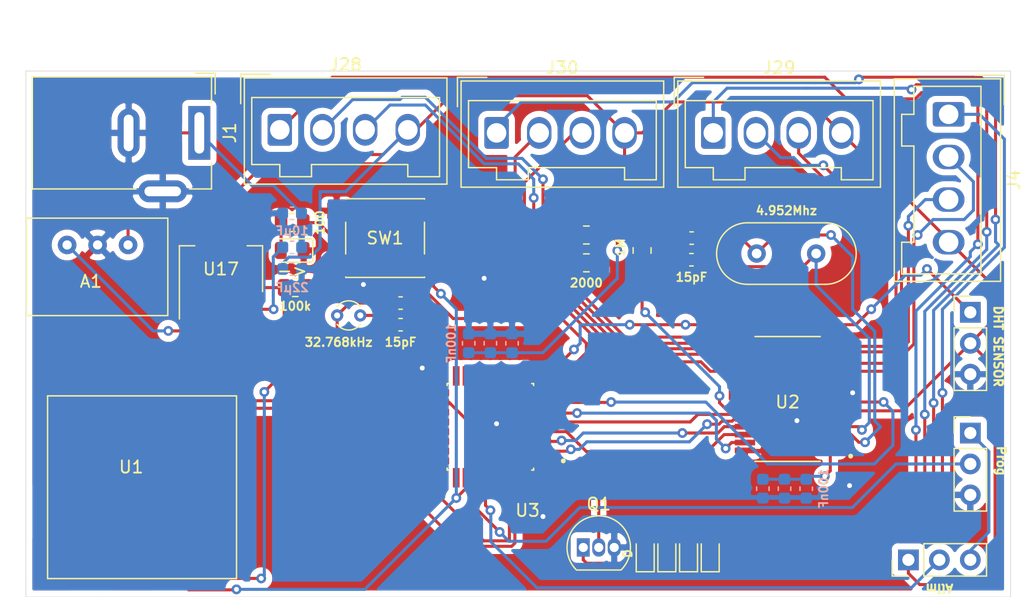
<source format=kicad_pcb>
(kicad_pcb (version 20171130) (host pcbnew "(5.1.10)-1")
  (layers (0 F.Cu signal) (31 B.Cu signal) (34 B.Paste user) (35 F.Paste user) (36 B.SilkS user) (37 F.SilkS user) (38 B.Mask user) (39 F.Mask user) (44 Edge.Cuts user))
  (net 0 "")
  (net 1 +12V)
  (net 2 /+5V)
  (net 3 GND)
  (net 4 crystalout)
  (net 5 crystalin)
  (net 6 3.3VCapa)
  (net 7 CLKOUT)
  (net 8 CLKIN)
  (net 9 "Net-(D1-Pad2)")
  (net 10 "Net-(D2-Pad2)")
  (net 11 "Net-(D2-Pad1)")
  (net 12 "Net-(D3-Pad2)")
  (net 13 "Net-(D4-Pad2)")
  (net 14 "Net-(D5-Pad2)")
  (net 15 Ain1)
  (net 16 Ain0)
  (net 17 Ain7)
  (net 18 Ain6)
  (net 19 Ain5)
  (net 20 Ain4)
  (net 21 Ain3)
  (net 22 Ain2)
  (net 23 LoraTx)
  (net 24 LoraRx)
  (net 25 AlimUdpi)
  (net 26 AlimMicro)
  (net 27 UDPI)
  (net 28 DH11)
  (net 29 ScalePower)
  (net 30 Signal_Reset)
  (net 31 ControleurLedµC)
  (net 32 Vref+)
  (net 33 ChipSelect)
  (net 34 "Net-(U1-Pad27)")
  (net 35 "Net-(U1-Pad30)")
  (net 36 "Net-(U1-Pad31)")
  (net 37 "Net-(U1-Pad29)")
  (net 38 "Net-(U1-Pad32)")
  (net 39 "Net-(U1-Pad26)")
  (net 40 "Net-(U1-Pad25)")
  (net 41 "Net-(U1-Pad13)")
  (net 42 "Net-(U1-Pad14)")
  (net 43 "Net-(U1-Pad15)")
  (net 44 "Net-(U1-Pad16)")
  (net 45 "Net-(U1-Pad21)")
  (net 46 "Net-(U1-Pad20)")
  (net 47 "Net-(U1-Pad19)")
  (net 48 "Net-(U1-Pad3)")
  (net 49 "Net-(U1-Pad4)")
  (net 50 "Net-(U1-Pad6)")
  (net 51 "Net-(U1-Pad7)")
  (net 52 "Net-(U1-Pad8)")
  (net 53 "Net-(U1-Pad9)")
  (net 54 "Net-(U1-Pad10)")
  (net 55 "Net-(U1-Pad12)")
  (net 56 DataReady)
  (net 57 SCLK)
  (net 58 Miso)
  (net 59 Mosi)
  (net 60 PowerDown)
  (net 61 "Net-(U3-Pad10)")
  (net 62 "Net-(U3-Pad11)")
  (net 63 "Net-(U3-Pad12)")
  (net 64 "Net-(U3-Pad13)")
  (net 65 "Net-(U3-Pad14)")
  (net 66 "Net-(U3-Pad15)")
  (net 67 "Net-(U3-Pad16)")
  (net 68 "Net-(U3-Pad25)")
  (net 69 "Net-(U3-Pad32)")
  (net 70 "Net-(U3-Pad17)")
  (net 71 "Net-(U3-Pad22)")
  (net 72 "Net-(U3-Pad23)")
  (net 73 "Net-(U3-Pad24)")
  (module Button_Switch_SMD:SW_Push_1P1T_NO_6x6mm_H9.5mm (layer F.Cu) (at 74.8284 44.07408)
    (fp_text reference SW1 (at 0 0) (layer F.SilkS))
    (fp_text value " ")
    (pad 2 smd rect (at 3.975 2.25) (size 1.55 1.3) (layers F.Cu F.Paste F.Mask) (net 30 Signal_Reset))
    (pad 1 smd rect (at 3.975 -2.25) (size 1.55 1.3) (layers F.Cu F.Paste F.Mask) (net 3 GND))
    (pad 1 smd rect (at -3.975 -2.25) (size 1.55 1.3) (layers F.Cu F.Paste F.Mask) (net 3 GND))
    (pad 2 smd rect (at -3.975 2.25) (size 1.55 1.3) (layers F.Cu F.Paste F.Mask) (net 30 Signal_Reset))
  )
  (module Crystal:Crystal_Round_D2.0mm_Vertical (layer F.Cu) (at 72.7964 50.42408 180)
    (fp_text reference 32.768kHz (at 1.778 -2.2) (layer F.SilkS) (effects (font (size 0.7 0.7))))
    (fp_text value " ")
    (pad 2 thru_hole circle (at 1.9 0 180) (size 1 1) (drill 0.5) (layers *.Cu *.Mask) (net 7 CLKOUT))
    (pad 1 thru_hole circle (at 0 0 180) (size 1 1) (drill 0.5) (layers *.Cu *.Mask) (net 8 CLKIN))
  )
  (module Crystal:Crystal_HC49-4H_Vertical (layer F.Cu) (at 105.3084 45.34408)
    (fp_text reference 4.952Mhz (at 2.44 -3.525) (layer F.SilkS) (effects (font (size 0.7 0.7))))
    (fp_text value " ")
    (pad 2 thru_hole circle (at 4.88 0) (size 1.5 1.5) (drill 0.8) (layers *.Cu *.Mask) (net 4 crystalout))
    (pad 1 thru_hole circle (at 0 0) (size 1.5 1.5) (drill 0.8) (layers *.Cu *.Mask) (net 5 crystalin))
  )
  (module Package_TO_SOT_SMD:SOT-223-3_TabPin2 (layer F.Cu) (at 61.3664 46.61408 90)
    (fp_text reference U17 (at 0 0 180) (layer F.SilkS))
    (fp_text value " ")
    (pad 1 smd rect (at -3.15 -2.3 90) (size 2 1.5) (layers F.Cu F.Paste F.Mask) (net 3 GND))
    (pad 3 smd rect (at -3.15 2.3 90) (size 2 1.5) (layers F.Cu F.Paste F.Mask) (net 2 /+5V))
    (pad 2 smd rect (at -3.15 0 90) (size 2 1.5) (layers F.Cu F.Paste F.Mask) (net 6 3.3VCapa))
    (pad 2 smd rect (at 3.15 0 90) (size 2 3.8) (layers F.Cu F.Paste F.Mask) (net 6 3.3VCapa))
  )
  (module Lib:Atmega3208 (layer F.Cu) (at 83.4644 59.56808 180)
    (fp_text reference U3 (at -3.05 -6.865) (layer F.SilkS))
    (fp_text value " ")
    (pad 9 smd roundrect (at -2.8 4.18 180) (size 0.55 1.6) (layers F.Cu F.Paste F.Mask) (roundrect_rratio 0.07000000000000001) (net 28 DH11))
    (pad 10 smd roundrect (at -2 4.18 180) (size 0.55 1.6) (layers F.Cu F.Paste F.Mask) (roundrect_rratio 0.07000000000000001) (net 61 "Net-(U3-Pad10)"))
    (pad 11 smd roundrect (at -1.2 4.18 180) (size 0.55 1.6) (layers F.Cu F.Paste F.Mask) (roundrect_rratio 0.07000000000000001) (net 62 "Net-(U3-Pad11)"))
    (pad 12 smd roundrect (at -0.4 4.18 180) (size 0.55 1.6) (layers F.Cu F.Paste F.Mask) (roundrect_rratio 0.07000000000000001) (net 63 "Net-(U3-Pad12)"))
    (pad 13 smd roundrect (at 0.4 4.18 180) (size 0.55 1.6) (layers F.Cu F.Paste F.Mask) (roundrect_rratio 0.07000000000000001) (net 64 "Net-(U3-Pad13)"))
    (pad 14 smd roundrect (at 1.2 4.18 180) (size 0.55 1.6) (layers F.Cu F.Paste F.Mask) (roundrect_rratio 0.07000000000000001) (net 65 "Net-(U3-Pad14)"))
    (pad 15 smd roundrect (at 2 4.18 180) (size 0.55 1.6) (layers F.Cu F.Paste F.Mask) (roundrect_rratio 0.07000000000000001) (net 66 "Net-(U3-Pad15)"))
    (pad 16 smd roundrect (at 2.8 4.18 180) (size 0.55 1.6) (layers F.Cu F.Paste F.Mask) (roundrect_rratio 0.07000000000000001) (net 67 "Net-(U3-Pad16)"))
    (pad 25 smd roundrect (at 2.8 -4.18 180) (size 0.55 1.6) (layers F.Cu F.Paste F.Mask) (roundrect_rratio 0.07000000000000001) (net 68 "Net-(U3-Pad25)"))
    (pad 26 smd roundrect (at 2 -4.18 180) (size 0.55 1.6) (layers F.Cu F.Paste F.Mask) (roundrect_rratio 0.07000000000000001) (net 30 Signal_Reset))
    (pad 27 smd roundrect (at 1.2 -4.18 180) (size 0.55 1.6) (layers F.Cu F.Paste F.Mask) (roundrect_rratio 0.07000000000000001) (net 27 UDPI))
    (pad 28 smd roundrect (at 0.4 -4.18 180) (size 0.55 1.6) (layers F.Cu F.Paste F.Mask) (roundrect_rratio 0.07000000000000001) (net 26 AlimMicro))
    (pad 29 smd roundrect (at -0.4 -4.18 180) (size 0.55 1.6) (layers F.Cu F.Paste F.Mask) (roundrect_rratio 0.07000000000000001) (net 3 GND))
    (pad 30 smd roundrect (at -1.2 -4.18 180) (size 0.55 1.6) (layers F.Cu F.Paste F.Mask) (roundrect_rratio 0.07000000000000001) (net 24 LoraRx))
    (pad 31 smd roundrect (at -2 -4.18 180) (size 0.55 1.6) (layers F.Cu F.Paste F.Mask) (roundrect_rratio 0.07000000000000001) (net 23 LoraTx))
    (pad 32 smd roundrect (at -2.8 -4.18 180) (size 0.55 1.6) (layers F.Cu F.Paste F.Mask) (roundrect_rratio 0.07000000000000001) (net 69 "Net-(U3-Pad32)"))
    (pad 1 smd roundrect (at -4.18 -2.8 180) (size 1.6 0.55) (layers F.Cu F.Paste F.Mask) (roundrect_rratio 0.07000000000000001) (net 29 ScalePower))
    (pad 2 smd roundrect (at -4.18 -2 180) (size 1.6 0.55) (layers F.Cu F.Paste F.Mask) (roundrect_rratio 0.07000000000000001) (net 59 Mosi))
    (pad 3 smd roundrect (at -4.18 -1.2 180) (size 1.6 0.55) (layers F.Cu F.Paste F.Mask) (roundrect_rratio 0.07000000000000001) (net 58 Miso))
    (pad 4 smd roundrect (at -4.18 -0.4 180) (size 1.6 0.55) (layers F.Cu F.Paste F.Mask) (roundrect_rratio 0.07000000000000001) (net 57 SCLK))
    (pad 5 smd roundrect (at -4.18 0.4 180) (size 1.6 0.55) (layers F.Cu F.Paste F.Mask) (roundrect_rratio 0.07000000000000001) (net 33 ChipSelect))
    (pad 6 smd roundrect (at -4.18 1.2 180) (size 1.6 0.55) (layers F.Cu F.Paste F.Mask) (roundrect_rratio 0.07000000000000001) (net 56 DataReady))
    (pad 7 smd roundrect (at -4.18 2 180) (size 1.6 0.55) (layers F.Cu F.Paste F.Mask) (roundrect_rratio 0.07000000000000001) (net 60 PowerDown))
    (pad 8 smd roundrect (at -4.18 2.8 180) (size 1.6 0.55) (layers F.Cu F.Paste F.Mask) (roundrect_rratio 0.07000000000000001) (net 31 ControleurLedµC))
    (pad 17 smd roundrect (at 4.18 2.8 180) (size 1.6 0.55) (layers F.Cu F.Paste F.Mask) (roundrect_rratio 0.07000000000000001) (net 70 "Net-(U3-Pad17)"))
    (pad 18 smd roundrect (at 4.18 2 180) (size 1.6 0.55) (layers F.Cu F.Paste F.Mask) (roundrect_rratio 0.07000000000000001) (net 26 AlimMicro))
    (pad 19 smd roundrect (at 4.18 1.2 180) (size 1.6 0.55) (layers F.Cu F.Paste F.Mask) (roundrect_rratio 0.07000000000000001) (net 3 GND))
    (pad 20 smd roundrect (at 4.18 0.4 180) (size 1.6 0.55) (layers F.Cu F.Paste F.Mask) (roundrect_rratio 0.07000000000000001) (net 8 CLKIN))
    (pad 21 smd roundrect (at 4.18 -0.4 180) (size 1.6 0.55) (layers F.Cu F.Paste F.Mask) (roundrect_rratio 0.07000000000000001) (net 7 CLKOUT))
    (pad 22 smd roundrect (at 4.18 -1.2 180) (size 1.6 0.55) (layers F.Cu F.Paste F.Mask) (roundrect_rratio 0.07000000000000001) (net 71 "Net-(U3-Pad22)"))
    (pad 23 smd roundrect (at 4.18 -2 180) (size 1.6 0.55) (layers F.Cu F.Paste F.Mask) (roundrect_rratio 0.07000000000000001) (net 72 "Net-(U3-Pad23)"))
    (pad 24 smd roundrect (at 4.18 -2.8 180) (size 1.6 0.55) (layers F.Cu F.Paste F.Mask) (roundrect_rratio 0.07000000000000001) (net 73 "Net-(U3-Pad24)"))
  )
  (module Lib:ADS1241 (layer F.Cu) (at 107.8484 57.28208 180)
    (fp_text reference U2 (at 0 -0.254) (layer F.SilkS))
    (fp_text value " ")
    (pad 28 smd roundrect (at 3.5 -4.225 180) (size 1.67 0.47) (layers F.Cu F.Paste F.Mask) (roundrect_rratio 0.06) (net 3 GND))
    (pad 27 smd roundrect (at 3.5 -3.575 180) (size 1.67 0.47) (layers F.Cu F.Paste F.Mask) (roundrect_rratio 0.06) (net 56 DataReady))
    (pad 26 smd roundrect (at 3.5 -2.925 180) (size 1.67 0.47) (layers F.Cu F.Paste F.Mask) (roundrect_rratio 0.06) (net 57 SCLK))
    (pad 25 smd roundrect (at 3.5 -2.275 180) (size 1.67 0.47) (layers F.Cu F.Paste F.Mask) (roundrect_rratio 0.06) (net 58 Miso))
    (pad 24 smd roundrect (at 3.5 -1.625 180) (size 1.67 0.47) (layers F.Cu F.Paste F.Mask) (roundrect_rratio 0.06) (net 59 Mosi))
    (pad 23 smd roundrect (at 3.5 -0.975 180) (size 1.67 0.47) (layers F.Cu F.Paste F.Mask) (roundrect_rratio 0.06) (net 33 ChipSelect))
    (pad 22 smd roundrect (at 3.5 -0.325 180) (size 1.67 0.47) (layers F.Cu F.Paste F.Mask) (roundrect_rratio 0.06) (net 3 GND))
    (pad 21 smd roundrect (at 3.5 0.325 180) (size 1.67 0.47) (layers F.Cu F.Paste F.Mask) (roundrect_rratio 0.06) (net 6 3.3VCapa))
    (pad 20 smd roundrect (at 3.5 0.975 180) (size 1.67 0.47) (layers F.Cu F.Paste F.Mask) (roundrect_rratio 0.06) (net 3 GND))
    (pad 19 smd roundrect (at 3.5 1.625 180) (size 1.67 0.47) (layers F.Cu F.Paste F.Mask) (roundrect_rratio 0.06) (net 3 GND))
    (pad 18 smd roundrect (at 3.5 2.275 180) (size 1.67 0.47) (layers F.Cu F.Paste F.Mask) (roundrect_rratio 0.06) (net 22 Ain2))
    (pad 17 smd roundrect (at 3.5 2.925 180) (size 1.67 0.47) (layers F.Cu F.Paste F.Mask) (roundrect_rratio 0.06) (net 21 Ain3))
    (pad 16 smd roundrect (at 3.5 3.575 180) (size 1.67 0.47) (layers F.Cu F.Paste F.Mask) (roundrect_rratio 0.06) (net 17 Ain7))
    (pad 15 smd roundrect (at 3.5 4.225 180) (size 1.67 0.47) (layers F.Cu F.Paste F.Mask) (roundrect_rratio 0.06) (net 18 Ain6))
    (pad 14 smd roundrect (at -3.5 4.225 180) (size 1.67 0.47) (layers F.Cu F.Paste F.Mask) (roundrect_rratio 0.06) (net 19 Ain5))
    (pad 13 smd roundrect (at -3.5 3.575 180) (size 1.67 0.47) (layers F.Cu F.Paste F.Mask) (roundrect_rratio 0.06) (net 20 Ain4))
    (pad 12 smd roundrect (at -3.5 2.925 180) (size 1.67 0.47) (layers F.Cu F.Paste F.Mask) (roundrect_rratio 0.06) (net 15 Ain1))
    (pad 11 smd roundrect (at -3.5 2.275 180) (size 1.67 0.47) (layers F.Cu F.Paste F.Mask) (roundrect_rratio 0.06) (net 16 Ain0))
    (pad 10 smd roundrect (at -3.5 1.625 180) (size 1.67 0.47) (layers F.Cu F.Paste F.Mask) (roundrect_rratio 0.06) (net 3 GND))
    (pad 9 smd roundrect (at -3.5 0.975 180) (size 1.67 0.47) (layers F.Cu F.Paste F.Mask) (roundrect_rratio 0.06) (net 32 Vref+))
    (pad 8 smd roundrect (at -3.5 0.325 180) (size 1.67 0.47) (layers F.Cu F.Paste F.Mask) (roundrect_rratio 0.06) (net 3 GND))
    (pad 7 smd roundrect (at -3.5 -0.325 180) (size 1.67 0.47) (layers F.Cu F.Paste F.Mask) (roundrect_rratio 0.06) (net 60 PowerDown))
    (pad 6 smd roundrect (at -3.5 -0.975 180) (size 1.67 0.47) (layers F.Cu F.Paste F.Mask) (roundrect_rratio 0.06) (net 6 3.3VCapa))
    (pad 5 smd roundrect (at -3.5 -1.625 180) (size 1.67 0.47) (layers F.Cu F.Paste F.Mask) (roundrect_rratio 0.06) (net 6 3.3VCapa))
    (pad 4 smd roundrect (at -3.5 -2.275 180) (size 1.67 0.47) (layers F.Cu F.Paste F.Mask) (roundrect_rratio 0.06) (net 4 crystalout))
    (pad 3 smd roundrect (at -3.5 -2.925 180) (size 1.67 0.47) (layers F.Cu F.Paste F.Mask) (roundrect_rratio 0.06) (net 5 crystalin))
    (pad 2 smd roundrect (at -3.5 -3.575 180) (size 1.67 0.47) (layers F.Cu F.Paste F.Mask) (roundrect_rratio 0.06) (net 3 GND))
    (pad 1 smd roundrect (at -3.5 -4.225 180) (size 1.67 0.47) (layers F.Cu F.Paste F.Mask) (roundrect_rratio 0.06) (net 6 3.3VCapa))
  )
  (module Lib:rak3172 (layer F.Cu) (at 47.1424 57.02808)
    (fp_text reference U1 (at 6.858 5.842) (layer F.SilkS))
    (fp_text value rak3172)
    (pad 27 smd rect (at 15.1 9) (size 2 0.7) (layers F.Cu F.Paste F.Mask) (net 34 "Net-(U1-Pad27)"))
    (pad 30 smd rect (at 15.1 6) (size 2 0.7) (layers F.Cu F.Paste F.Mask) (net 35 "Net-(U1-Pad30)"))
    (pad 31 smd rect (at 15.1 5) (size 2 0.7) (layers F.Cu F.Paste F.Mask) (net 36 "Net-(U1-Pad31)"))
    (pad 29 smd rect (at 15.1 7) (size 2 0.7) (layers F.Cu F.Paste F.Mask) (net 37 "Net-(U1-Pad29)"))
    (pad 28 smd rect (at 15.1 8) (size 2 0.7) (layers F.Cu F.Paste F.Mask) (net 3 GND))
    (pad 32 smd rect (at 15.1 4) (size 2 0.7) (layers F.Cu F.Paste F.Mask) (net 38 "Net-(U1-Pad32)"))
    (pad 26 smd rect (at 15.1 10) (size 2 0.7) (layers F.Cu F.Paste F.Mask) (net 39 "Net-(U1-Pad26)"))
    (pad 25 smd rect (at 15.1 11) (size 2 0.7) (layers F.Cu F.Paste F.Mask) (net 40 "Net-(U1-Pad25)"))
    (pad 13 smd rect (at 0.4 8) (size 2 0.7) (layers F.Cu F.Paste F.Mask) (net 41 "Net-(U1-Pad13)"))
    (pad 14 smd rect (at 0.4 9) (size 2 0.7) (layers F.Cu F.Paste F.Mask) (net 42 "Net-(U1-Pad14)"))
    (pad 15 smd rect (at 0.4 10) (size 2 0.7) (layers F.Cu F.Paste F.Mask) (net 43 "Net-(U1-Pad15)"))
    (pad 16 smd rect (at 0.4 11) (size 2 0.7) (layers F.Cu F.Paste F.Mask) (net 44 "Net-(U1-Pad16)"))
    (pad 24 smd rect (at 13.5 14.6) (size 0.7 2) (layers F.Cu F.Paste F.Mask) (net 6 3.3VCapa))
    (pad 23 smd rect (at 12.5 14.6) (size 0.7 2) (layers F.Cu F.Paste F.Mask) (net 3 GND))
    (pad 22 smd rect (at 11.5 14.6) (size 0.7 2) (layers F.Cu F.Paste F.Mask) (net 30 Signal_Reset))
    (pad 21 smd rect (at 10.5 14.6) (size 0.7 2) (layers F.Cu F.Paste F.Mask) (net 45 "Net-(U1-Pad21)"))
    (pad 20 smd rect (at 9.5 14.6) (size 0.7 2) (layers F.Cu F.Paste F.Mask) (net 46 "Net-(U1-Pad20)"))
    (pad 19 smd rect (at 4.5 14.6) (size 0.7 2) (layers F.Cu F.Paste F.Mask) (net 47 "Net-(U1-Pad19)"))
    (pad 18 smd rect (at 3.5 14.6) (size 0.7 2) (layers F.Cu F.Paste F.Mask) (net 3 GND))
    (pad 17 smd rect (at 2.5 14.6) (size 0.7 2) (layers F.Cu F.Paste F.Mask) (net 3 GND))
    (pad 1 smd rect (at 13.5 0.4) (size 0.7 2) (layers F.Cu F.Paste F.Mask) (net 24 LoraRx))
    (pad 2 smd rect (at 12.5 0.4) (size 0.7 2) (layers F.Cu F.Paste F.Mask) (net 23 LoraTx))
    (pad 3 smd rect (at 11.5 0.4) (size 0.7 2) (layers F.Cu F.Paste F.Mask) (net 48 "Net-(U1-Pad3)"))
    (pad 4 smd rect (at 10.5 0.4) (size 0.7 2) (layers F.Cu F.Paste F.Mask) (net 49 "Net-(U1-Pad4)"))
    (pad 5 smd rect (at 9.5 0.4) (size 0.7 2) (layers F.Cu F.Paste F.Mask))
    (pad 6 smd rect (at 8.5 0.4) (size 0.7 2) (layers F.Cu F.Paste F.Mask) (net 50 "Net-(U1-Pad6)"))
    (pad 7 smd rect (at 7.5 0.4) (size 0.7 2) (layers F.Cu F.Paste F.Mask) (net 51 "Net-(U1-Pad7)"))
    (pad 8 smd rect (at 6.5 0.4) (size 0.7 2) (layers F.Cu F.Paste F.Mask) (net 52 "Net-(U1-Pad8)"))
    (pad 9 smd rect (at 5.5 0.4) (size 0.7 2) (layers F.Cu F.Paste F.Mask) (net 53 "Net-(U1-Pad9)"))
    (pad 10 smd rect (at 4.5 0.4) (size 0.7 2) (layers F.Cu F.Paste F.Mask) (net 54 "Net-(U1-Pad10)"))
    (pad 11 smd rect (at 3.5 0.4) (size 0.7 2) (layers F.Cu F.Paste F.Mask) (net 3 GND))
    (pad 12 smd rect (at 2.5 0.4) (size 0.7 2) (layers F.Cu F.Paste F.Mask) (net 55 "Net-(U1-Pad12)"))
  )
  (module Resistor_SMD:R_0805_2012Metric (layer F.Cu) (at 95.9104 45.09008 270)
    (fp_text reference 1M (at -0.254 1.778 90) (layer F.SilkS) (effects (font (size 0.7 0.7))))
    (fp_text value " ")
    (pad 2 smd roundrect (at 0.9125 0 270) (size 1.025 1.4) (layers F.Cu F.Paste F.Mask) (roundrect_rratio 0.243902) (net 33 ChipSelect))
    (pad 1 smd roundrect (at -0.9125 0 270) (size 1.025 1.4) (layers F.Cu F.Paste F.Mask) (roundrect_rratio 0.243902) (net 3 GND))
  )
  (module Resistor_SMD:R_0805_2012Metric (layer F.Cu) (at 91.3384 46.10608 180)
    (fp_text reference 2000 (at 0 -1.65) (layer F.SilkS) (effects (font (size 0.7 0.7))))
    (fp_text value " ")
    (pad 2 smd roundrect (at 0.9125 0 180) (size 1.025 1.4) (layers F.Cu F.Paste F.Mask) (roundrect_rratio 0.243902) (net 32 Vref+))
    (pad 1 smd roundrect (at -0.9125 0 180) (size 1.025 1.4) (layers F.Cu F.Paste F.Mask) (roundrect_rratio 0.243902) (net 3 GND))
  )
  (module Resistor_SMD:R_0805_2012Metric (layer F.Cu) (at 91.3384 43.82008)
    (fp_text reference " " (at 0 -1.65) (layer F.SilkS))
    (fp_text value " ")
    (pad 2 smd roundrect (at 0.9125 0) (size 1.025 1.4) (layers F.Cu F.Paste F.Mask) (roundrect_rratio 0.243902) (net 6 3.3VCapa))
    (pad 1 smd roundrect (at -0.9125 0) (size 1.025 1.4) (layers F.Cu F.Paste F.Mask) (roundrect_rratio 0.243902) (net 32 Vref+))
  )
  (module Resistor_SMD:R_0805_2012Metric (layer F.Cu) (at 67.2084 42.80408)
    (fp_text reference 100 (at 2.286 0 90) (layer F.SilkS) (effects (font (size 0.7 0.7))))
    (fp_text value " ")
    (pad 2 smd roundrect (at 0.9125 0) (size 1.025 1.4) (layers F.Cu F.Paste F.Mask) (roundrect_rratio 0.243902) (net 31 ControleurLedµC))
    (pad 1 smd roundrect (at -0.9125 0) (size 1.025 1.4) (layers F.Cu F.Paste F.Mask) (roundrect_rratio 0.243902) (net 9 "Net-(D1-Pad2)"))
  )
  (module Resistor_SMD:R_0805_2012Metric (layer F.Cu) (at 67.4624 48.13808)
    (fp_text reference 100k (at 0 1.524) (layer F.SilkS) (effects (font (size 0.7 0.7))))
    (fp_text value " ")
    (pad 2 smd roundrect (at 0.9125 0) (size 1.025 1.4) (layers F.Cu F.Paste F.Mask) (roundrect_rratio 0.243902) (net 30 Signal_Reset))
    (pad 1 smd roundrect (at -0.9125 0) (size 1.025 1.4) (layers F.Cu F.Paste F.Mask) (roundrect_rratio 0.243902) (net 6 3.3VCapa))
  )
  (module Package_TO_SOT_THT:TO-92_Inline (layer F.Cu) (at 91.0844 69.47408)
    (fp_text reference Q1 (at 1.27 -3.56) (layer F.SilkS))
    (fp_text value BC556)
    (pad 1 thru_hole rect (at 0 0) (size 1.05 1.5) (drill 0.75) (layers *.Cu *.Mask) (net 11 "Net-(D2-Pad1)"))
    (pad 3 thru_hole oval (at 2.54 0) (size 1.05 1.5) (drill 0.75) (layers *.Cu *.Mask) (net 3 GND))
    (pad 2 thru_hole oval (at 1.27 0) (size 1.05 1.5) (drill 0.75) (layers *.Cu *.Mask) (net 29 ScalePower))
  )
  (module Connector_PinHeader_2.54mm:PinHeader_1x03_P2.54mm_Vertical (layer F.Cu) (at 122.8344 50.17008)
    (fp_text reference " " (at 0 -2.33) (layer F.SilkS))
    (fp_text value " ")
    (pad 3 thru_hole oval (at 0 5.08) (size 1.7 1.7) (drill 1) (layers *.Cu *.Mask) (net 3 GND))
    (pad 2 thru_hole oval (at 0 2.54) (size 1.7 1.7) (drill 1) (layers *.Cu *.Mask) (net 6 3.3VCapa))
    (pad 1 thru_hole rect (at 0 0) (size 1.7 1.7) (drill 1) (layers *.Cu *.Mask) (net 28 DH11))
  )
  (module Connector_PinHeader_2.54mm:PinHeader_1x03_P2.54mm_Vertical (layer F.Cu) (at 122.8344 60.07608)
    (fp_text reference " " (at 3.302 2.54) (layer F.SilkS))
    (fp_text value " ")
    (pad 3 thru_hole oval (at 0 5.08) (size 1.7 1.7) (drill 1) (layers *.Cu *.Mask) (net 3 GND))
    (pad 2 thru_hole oval (at 0 2.54) (size 1.7 1.7) (drill 1) (layers *.Cu *.Mask) (net 27 UDPI))
    (pad 1 thru_hole rect (at 0 0) (size 1.7 1.7) (drill 1) (layers *.Cu *.Mask) (net 25 AlimUdpi))
  )
  (module Connector_PinHeader_2.54mm:PinHeader_1x03_P2.54mm_Vertical (layer F.Cu) (at 117.7544 70.49008 90)
    (fp_text reference " " (at 0 -2.33 90) (layer F.SilkS))
    (fp_text value " ")
    (pad 3 thru_hole oval (at 0 5.08 90) (size 1.7 1.7) (drill 1) (layers *.Cu *.Mask) (net 25 AlimUdpi))
    (pad 2 thru_hole oval (at 0 2.54 90) (size 1.7 1.7) (drill 1) (layers *.Cu *.Mask) (net 26 AlimMicro))
    (pad 1 thru_hole rect (at 0 0 90) (size 1.7 1.7) (drill 1) (layers *.Cu *.Mask) (net 6 3.3VCapa))
  )
  (module Connector_Wago:Wago_734-134_1x04_P3.50mm_Vertical (layer F.Cu) (at 83.9724 35.43808)
    (fp_text reference J30 (at 5.4 -5.35) (layer F.SilkS))
    (fp_text value Conn_01x04_Female)
    (pad 4 thru_hole oval (at 10.5 0) (size 2 2.6) (drill 1.6) (layers *.Cu *.Mask) (net 6 3.3VCapa))
    (pad 3 thru_hole oval (at 7 0) (size 2 2.6) (drill 1.6) (layers *.Cu *.Mask) (net 21 Ain3))
    (pad 2 thru_hole oval (at 3.5 0) (size 2 2.6) (drill 1.6) (layers *.Cu *.Mask) (net 22 Ain2))
    (pad 1 thru_hole roundrect (at 0 0) (size 2 2.6) (drill 1.6) (layers *.Cu *.Mask) (roundrect_rratio 0.125) (net 10 "Net-(D2-Pad2)"))
  )
  (module Connector_Wago:Wago_734-134_1x04_P3.50mm_Vertical (layer F.Cu) (at 101.7524 35.43808)
    (fp_text reference J29 (at 5.4 -5.35) (layer F.SilkS))
    (fp_text value Conn_01x04_Female)
    (pad 4 thru_hole oval (at 10.5 0) (size 2 2.6) (drill 1.6) (layers *.Cu *.Mask) (net 6 3.3VCapa))
    (pad 3 thru_hole oval (at 7 0) (size 2 2.6) (drill 1.6) (layers *.Cu *.Mask) (net 19 Ain5))
    (pad 2 thru_hole oval (at 3.5 0) (size 2 2.6) (drill 1.6) (layers *.Cu *.Mask) (net 20 Ain4))
    (pad 1 thru_hole roundrect (at 0 0) (size 2 2.6) (drill 1.6) (layers *.Cu *.Mask) (roundrect_rratio 0.125) (net 12 "Net-(D3-Pad2)"))
  )
  (module Connector_Wago:Wago_734-134_1x04_P3.50mm_Vertical (layer F.Cu) (at 66.1924 35.18408)
    (fp_text reference J28 (at 5.4 -5.35) (layer F.SilkS))
    (fp_text value " ")
    (pad 4 thru_hole oval (at 10.5 0) (size 2 2.6) (drill 1.6) (layers *.Cu *.Mask) (net 6 3.3VCapa))
    (pad 3 thru_hole oval (at 7 0) (size 2 2.6) (drill 1.6) (layers *.Cu *.Mask) (net 17 Ain7))
    (pad 2 thru_hole oval (at 3.5 0) (size 2 2.6) (drill 1.6) (layers *.Cu *.Mask) (net 18 Ain6))
    (pad 1 thru_hole roundrect (at 0 0) (size 2 2.6) (drill 1.6) (layers *.Cu *.Mask) (roundrect_rratio 0.125) (net 13 "Net-(D4-Pad2)"))
  )
  (module Connector_Wago:Wago_734-134_1x04_P3.50mm_Vertical (layer F.Cu) (at 121.0564 33.91408 270)
    (fp_text reference J4 (at 5.4 -5.35 90) (layer F.SilkS))
    (fp_text value Conn_01x04_Female)
    (pad 4 thru_hole oval (at 10.5 0 270) (size 2 2.6) (drill 1.6) (layers *.Cu *.Mask) (net 6 3.3VCapa))
    (pad 3 thru_hole oval (at 7 0 270) (size 2 2.6) (drill 1.6) (layers *.Cu *.Mask) (net 15 Ain1))
    (pad 2 thru_hole oval (at 3.5 0 270) (size 2 2.6) (drill 1.6) (layers *.Cu *.Mask) (net 16 Ain0))
    (pad 1 thru_hole roundrect (at 0 0 270) (size 2 2.6) (drill 1.6) (layers *.Cu *.Mask) (roundrect_rratio 0.125) (net 14 "Net-(D5-Pad2)"))
  )
  (module Connector_BarrelJack:BarrelJack_Wuerth_6941xx301002 (layer F.Cu) (at 59.5884 35.43808 270)
    (fp_text reference J1 (at 0 -2.5 90) (layer F.SilkS))
    (fp_text value Barrel_Jack_Switch_Pin3Ring)
    (pad 1 thru_hole rect (at 0 0 270) (size 4.4 1.8) (drill oval 3.4 0.8) (layers *.Cu *.Mask) (net 1 +12V))
    (pad 2 thru_hole oval (at 0 5.8 270) (size 4 1.8) (drill oval 3 0.8) (layers *.Cu *.Mask) (net 3 GND))
    (pad 3 thru_hole oval (at 4.8 3) (size 4 1.8) (drill oval 3 0.8) (layers *.Cu *.Mask) (net 3 GND))
  )
  (module Diode_SMD:D_0603_1608Metric (layer F.Cu) (at 101.4984 69.98208 90)
    (fp_text reference " " (at 0 -1.43 90) (layer F.SilkS))
    (fp_text value " ")
    (pad 2 smd roundrect (at 0.7875 0 90) (size 0.875 0.95) (layers F.Cu F.Paste F.Mask) (net 14 "Net-(D5-Pad2)"))
    (pad 1 smd roundrect (at -0.7875 0 90) (size 0.875 0.95) (layers F.Cu F.Paste F.Mask) (net 11 "Net-(D2-Pad1)"))
  )
  (module Diode_SMD:D_0603_1608Metric (layer F.Cu) (at 96.1644 69.98208 90)
    (fp_text reference D (at 0 -1.43 90) (layer F.SilkS) (effects (font (size 0.7 0.7))))
    (fp_text value " ")
    (pad 2 smd roundrect (at 0.7875 0 90) (size 0.875 0.95) (layers F.Cu F.Paste F.Mask) (net 13 "Net-(D4-Pad2)"))
    (pad 1 smd roundrect (at -0.7875 0 90) (size 0.875 0.95) (layers F.Cu F.Paste F.Mask) (net 11 "Net-(D2-Pad1)"))
  )
  (module Diode_SMD:D_0603_1608Metric (layer F.Cu) (at 97.9424 69.98208 90)
    (fp_text reference " " (at 0 -1.43 90) (layer F.SilkS))
    (fp_text value " ")
    (pad 2 smd roundrect (at 0.7875 0 90) (size 0.875 0.95) (layers F.Cu F.Paste F.Mask) (net 12 "Net-(D3-Pad2)"))
    (pad 1 smd roundrect (at -0.7875 0 90) (size 0.875 0.95) (layers F.Cu F.Paste F.Mask) (net 11 "Net-(D2-Pad1)"))
  )
  (module Diode_SMD:D_0603_1608Metric (layer F.Cu) (at 99.7204 69.98208 90)
    (fp_text reference " " (at 0 -1.43 90) (layer F.SilkS))
    (fp_text value " ")
    (pad 2 smd roundrect (at 0.7875 0 90) (size 0.875 0.95) (layers F.Cu F.Paste F.Mask) (net 10 "Net-(D2-Pad2)"))
    (pad 1 smd roundrect (at -0.7875 0 90) (size 0.875 0.95) (layers F.Cu F.Paste F.Mask) (net 11 "Net-(D2-Pad1)"))
  )
  (module LED_SMD:LED_0805_2012Metric (layer F.Cu) (at 67.2084 45.09008 180)
    (fp_text reference -> (at 0 -1.65) (layer F.SilkS))
    (fp_text value " ")
    (pad 2 smd roundrect (at 0.9375 0 180) (size 0.975 1.4) (layers F.Cu F.Paste F.Mask) (net 9 "Net-(D1-Pad2)"))
    (pad 1 smd roundrect (at -0.9375 0 180) (size 0.975 1.4) (layers F.Cu F.Paste F.Mask) (net 3 GND))
  )
  (module Capacitor_SMD:C_0603_1608Metric (layer B.Cu) (at 67.2084 46.61408)
    (fp_text reference 22µF (at 0 1.524) (layer B.SilkS) (effects (font (size 0.7 0.7)) (justify mirror)))
    (fp_text value " ")
    (pad 2 smd roundrect (at 0.775 0) (size 0.9 0.95) (layers B.Cu B.Paste B.Mask) (net 3 GND))
    (pad 1 smd roundrect (at -0.775 0) (size 0.9 0.95) (layers B.Cu B.Paste B.Mask) (net 6 3.3VCapa))
  )
  (module Capacitor_SMD:C_0603_1608Metric (layer B.Cu) (at 85.2424 52.71008 270)
    (fp_text reference " " (at 0 1.43 90) (layer B.SilkS) (effects (justify mirror)))
    (fp_text value " ")
    (pad 2 smd roundrect (at 0.775 0 270) (size 0.9 0.95) (layers B.Cu B.Paste B.Mask) (net 6 3.3VCapa))
    (pad 1 smd roundrect (at -0.775 0 270) (size 0.9 0.95) (layers B.Cu B.Paste B.Mask) (net 3 GND))
  )
  (module Capacitor_SMD:C_0603_1608Metric (layer B.Cu) (at 83.4644 52.71008 270)
    (fp_text reference " " (at 0 1.43 90) (layer B.SilkS) (effects (justify mirror)))
    (fp_text value " ")
    (pad 2 smd roundrect (at 0.775 0 270) (size 0.9 0.95) (layers B.Cu B.Paste B.Mask) (net 6 3.3VCapa))
    (pad 1 smd roundrect (at -0.775 0 270) (size 0.9 0.95) (layers B.Cu B.Paste B.Mask) (net 3 GND))
  )
  (module Capacitor_SMD:C_0603_1608Metric (layer B.Cu) (at 81.6864 52.71008 270)
    (fp_text reference 100nF (at 0 1.43 90) (layer B.SilkS) (effects (font (size 0.7 0.7)) (justify mirror)))
    (fp_text value " ")
    (pad 2 smd roundrect (at 0.775 0 270) (size 0.9 0.95) (layers B.Cu B.Paste B.Mask) (net 6 3.3VCapa))
    (pad 1 smd roundrect (at -0.775 0 270) (size 0.9 0.95) (layers B.Cu B.Paste B.Mask) (net 3 GND))
  )
  (module Capacitor_SMD:C_0603_1608Metric (layer F.Cu) (at 76.0984 51.18608 180)
    (fp_text reference 15pF (at 0 -1.43) (layer F.SilkS) (effects (font (size 0.7 0.7))))
    (fp_text value " ")
    (pad 2 smd roundrect (at 0.775 0 180) (size 0.9 0.95) (layers F.Cu F.Paste F.Mask) (net 8 CLKIN))
    (pad 1 smd roundrect (at -0.775 0 180) (size 0.9 0.95) (layers F.Cu F.Paste F.Mask) (net 3 GND))
  )
  (module Capacitor_SMD:C_0603_1608Metric (layer F.Cu) (at 76.0984 49.40808)
    (fp_text reference " " (at 0 -1.43) (layer F.SilkS))
    (fp_text value " ")
    (pad 2 smd roundrect (at 0.775 0) (size 0.9 0.95) (layers F.Cu F.Paste F.Mask) (net 3 GND))
    (pad 1 smd roundrect (at -0.775 0) (size 0.9 0.95) (layers F.Cu F.Paste F.Mask) (net 7 CLKOUT))
  )
  (module Capacitor_SMD:C_0603_1608Metric (layer B.Cu) (at 107.5944 64.64808 90)
    (fp_text reference " " (at 0 1.43 270) (layer B.SilkS) (effects (justify mirror)))
    (fp_text value " ")
    (pad 2 smd roundrect (at 0.775 0 90) (size 0.9 0.95) (layers B.Cu B.Paste B.Mask) (net 6 3.3VCapa))
    (pad 1 smd roundrect (at -0.775 0 90) (size 0.9 0.95) (layers B.Cu B.Paste B.Mask) (net 3 GND))
  )
  (module Capacitor_SMD:C_0603_1608Metric (layer B.Cu) (at 105.8164 64.64808 90)
    (fp_text reference " " (at 0 1.43 270) (layer B.SilkS) (effects (justify mirror)))
    (fp_text value " ")
    (pad 2 smd roundrect (at 0.775 0 90) (size 0.9 0.95) (layers B.Cu B.Paste B.Mask) (net 6 3.3VCapa))
    (pad 1 smd roundrect (at -0.775 0 90) (size 0.9 0.95) (layers B.Cu B.Paste B.Mask) (net 3 GND))
  )
  (module Capacitor_SMD:C_0603_1608Metric (layer B.Cu) (at 109.3724 64.64808 90)
    (fp_text reference 100nF (at 0 1.43 270) (layer B.SilkS) (effects (font (size 0.7 0.7)) (justify mirror)))
    (fp_text value " ")
    (pad 2 smd roundrect (at 0.775 0 90) (size 0.9 0.95) (layers B.Cu B.Paste B.Mask) (net 6 3.3VCapa))
    (pad 1 smd roundrect (at -0.775 0 90) (size 0.9 0.95) (layers B.Cu B.Paste B.Mask) (net 3 GND))
  )
  (module Capacitor_SMD:C_0603_1608Metric (layer F.Cu) (at 99.9744 44.07408)
    (fp_text reference " " (at 0 -1.43) (layer F.SilkS))
    (fp_text value " ")
    (pad 2 smd roundrect (at 0.775 0) (size 0.9 0.95) (layers F.Cu F.Paste F.Mask) (net 5 crystalin))
    (pad 1 smd roundrect (at -0.775 0) (size 0.9 0.95) (layers F.Cu F.Paste F.Mask) (net 3 GND))
  )
  (module Capacitor_SMD:C_0603_1608Metric (layer F.Cu) (at 99.9614 45.85208 180)
    (fp_text reference 15pF (at 0 -1.43) (layer F.SilkS) (effects (font (size 0.7 0.7))))
    (fp_text value " ")
    (pad 2 smd roundrect (at 0.775 0 180) (size 0.9 0.95) (layers F.Cu F.Paste F.Mask) (net 3 GND))
    (pad 1 smd roundrect (at -0.775 0 180) (size 0.9 0.95) (layers F.Cu F.Paste F.Mask) (net 4 crystalout))
  )
  (module Capacitor_SMD:C_0603_1608Metric (layer B.Cu) (at 67.2084 44.83608)
    (fp_text reference " " (at 0 1.43) (layer B.SilkS) (effects (justify mirror)))
    (fp_text value " ")
    (pad 2 smd roundrect (at 0.775 0) (size 0.9 0.95) (layers B.Cu B.Paste B.Mask) (net 3 GND))
    (pad 1 smd roundrect (at -0.775 0) (size 0.9 0.95) (layers B.Cu B.Paste B.Mask) (net 2 /+5V))
  )
  (module Capacitor_SMD:C_0603_1608Metric (layer B.Cu) (at 67.1954 42.04208)
    (fp_text reference 10µF (at 0 1.43) (layer B.SilkS) (effects (font (size 0.7 0.7)) (justify mirror)))
    (fp_text value " ")
    (pad 2 smd roundrect (at 0.775 0) (size 0.9 0.95) (layers B.Cu B.Paste B.Mask) (net 1 +12V))
    (pad 1 smd roundrect (at -0.775 0) (size 0.9 0.95) (layers B.Cu B.Paste B.Mask) (net 3 GND))
  )
  (module Lib:k7805 (layer F.Cu) (at 53.7464 48.13808 180)
    (fp_text reference A1 (at 3.048 0.508) (layer F.SilkS))
    (fp_text value k7805)
    (pad 1 thru_hole circle (at 0 3.5 180) (size 1.524 1.524) (drill 0.762) (layers *.Cu *.Mask) (net 1 +12V))
    (pad 3 thru_hole circle (at 5 3.5 180) (size 1.524 1.524) (drill 0.762) (layers *.Cu *.Mask) (net 2 /+5V))
    (pad 2 thru_hole circle (at 2.5 3.5 180) (size 1.524 1.524) (drill 0.762) (layers *.Cu *.Mask) (net 3 GND))
  )
  (gr_line (start 45.3644 73.53808) (end 45.3644 73.03008) (layer Edge.Cuts) (width 0.05))
  (gr_line (start 51.2064 73.53808) (end 45.3644 73.53808) (layer Edge.Cuts) (width 0.05))
  (gr_line (start 45.3644 72.01408) (end 45.3644 73.03008) (layer Edge.Cuts) (width 0.05))
  (gr_line (start 45.3644 30.35808) (end 45.3644 72.01408) (layer Edge.Cuts) (width 0.05))
  (gr_line (start 126.1364 73.53808) (end 51.2064 73.53808) (layer Edge.Cuts) (width 0.05))
  (gr_line (start 126.1364 30.35808) (end 126.1364 73.53808) (layer Edge.Cuts) (width 0.05))
  (gr_line (start 45.3644 30.35808) (end 126.1364 30.35808) (layer Edge.Cuts) (width 0.05))
  (gr_text "Alim\n\n" (at 120.2944 72.26808 180) (layer F.SilkS) (effects (font (size 0.7 0.7) (thickness 0.175))))
  (gr_text "Prog\n" (at 125.3744 62.36208 -90) (layer F.SilkS) (effects (font (size 0.7 0.7) (thickness 0.175))))
  (gr_text "DHT SENSOR\n" (at 125.1204 52.96408 270) (layer F.SilkS) (effects (font (size 0.7 0.7) (thickness 0.175))))
  (segment (start 59.5884 35.43808) (end 57.8104 35.43808) (width 0.25) (layer F.Cu) (net 1))
  (segment (start 57.8104 35.43808) (end 53.7464 39.50208) (width 0.25) (layer F.Cu) (net 1))
  (segment (start 53.7464 39.50208) (end 53.7464 44.63808) (width 0.25) (layer F.Cu) (net 1))
  (segment (start 67.9704 42.04208) (end 65.6844 39.75608) (width 0.25) (layer B.Cu) (net 1))
  (segment (start 63.9064 39.75608) (end 59.5884 35.43808) (width 0.25) (layer B.Cu) (net 1))
  (segment (start 65.6844 39.75608) (end 63.9064 39.75608) (width 0.25) (layer B.Cu) (net 1))
  (via (at 57.0484 51.69408) (size 0.8) (drill 0.4) (layers F.Cu B.Cu) (net 2))
  (segment (start 55.8024 51.69408) (end 57.0484 51.69408) (width 0.25) (layer B.Cu) (net 2))
  (segment (start 48.7464 44.63808) (end 55.8024 51.69408) (width 0.25) (layer B.Cu) (net 2))
  (segment (start 63.6664 49.799082) (end 63.6664 49.76408) (width 0.25) (layer F.Cu) (net 2))
  (segment (start 61.771402 51.69408) (end 63.6664 49.799082) (width 0.25) (layer F.Cu) (net 2))
  (segment (start 57.0484 51.69408) (end 61.771402 51.69408) (width 0.25) (layer F.Cu) (net 2))
  (via (at 65.6844 49.91608) (size 0.8) (drill 0.4) (layers F.Cu B.Cu) (net 2))
  (segment (start 65.65839 49.89007) (end 65.6844 49.91608) (width 0.25) (layer B.Cu) (net 2))
  (segment (start 65.65839 45.61109) (end 65.65839 49.89007) (width 0.25) (layer B.Cu) (net 2))
  (segment (start 66.4334 44.83608) (end 65.65839 45.61109) (width 0.25) (layer B.Cu) (net 2))
  (segment (start 63.8184 49.91608) (end 63.6664 49.76408) (width 0.25) (layer F.Cu) (net 2))
  (segment (start 65.6844 49.91608) (end 63.8184 49.91608) (width 0.25) (layer F.Cu) (net 2))
  (via (at 82.9564 47.37608) (size 0.8) (drill 0.4) (layers F.Cu B.Cu) (net 3))
  (via (at 73.0504 47.88408) (size 0.8) (drill 0.4) (layers F.Cu B.Cu) (net 3))
  (via (at 77.8764 54.74208) (size 0.8) (drill 0.4) (layers F.Cu B.Cu) (net 3))
  (via (at 87.7824 66.93408) (size 0.8) (drill 0.4) (layers F.Cu B.Cu) (net 3))
  (via (at 112.9284 64.39408) (size 0.8) (drill 0.4) (layers F.Cu B.Cu) (net 3))
  (via (at 108.6104 59.06008) (size 0.8) (drill 0.4) (layers F.Cu B.Cu) (net 3))
  (segment (start 104.3484 55.65708) (end 104.3484 56.30708) (width 0.25) (layer F.Cu) (net 3))
  (segment (start 107.1574 57.60708) (end 108.6104 59.06008) (width 0.25) (layer F.Cu) (net 3))
  (segment (start 104.3484 57.60708) (end 107.1574 57.60708) (width 0.25) (layer F.Cu) (net 3))
  (segment (start 106.1634 61.50708) (end 108.6104 59.06008) (width 0.25) (layer F.Cu) (net 3))
  (segment (start 104.3484 61.50708) (end 106.1634 61.50708) (width 0.25) (layer F.Cu) (net 3))
  (segment (start 103.90741 56.39707) (end 103.14541 56.39707) (width 0.25) (layer F.Cu) (net 3))
  (segment (start 103.9974 56.30708) (end 103.90741 56.39707) (width 0.25) (layer F.Cu) (net 3))
  (segment (start 104.3484 56.30708) (end 103.9974 56.30708) (width 0.25) (layer F.Cu) (net 3))
  (segment (start 103.485284 57.60708) (end 104.3484 57.60708) (width 0.25) (layer F.Cu) (net 3))
  (segment (start 103.14541 57.267206) (end 103.485284 57.60708) (width 0.25) (layer F.Cu) (net 3))
  (segment (start 103.14541 56.39707) (end 103.14541 57.267206) (width 0.25) (layer F.Cu) (net 3))
  (segment (start 112.211516 56.95708) (end 111.3484 56.95708) (width 0.25) (layer F.Cu) (net 3))
  (segment (start 112.50841 56.660186) (end 112.211516 56.95708) (width 0.25) (layer F.Cu) (net 3))
  (segment (start 112.50841 55.953974) (end 112.50841 56.660186) (width 0.25) (layer F.Cu) (net 3))
  (segment (start 112.211516 55.65708) (end 112.50841 55.953974) (width 0.25) (layer F.Cu) (net 3))
  (segment (start 111.3484 55.65708) (end 112.211516 55.65708) (width 0.25) (layer F.Cu) (net 3))
  (via (at 113.1824 56.77408) (size 0.8) (drill 0.4) (layers F.Cu B.Cu) (net 3))
  (segment (start 112.9994 56.95708) (end 113.1824 56.77408) (width 0.25) (layer F.Cu) (net 3))
  (segment (start 111.3484 56.95708) (end 112.9994 56.95708) (width 0.25) (layer F.Cu) (net 3))
  (segment (start 112.9284 61.573964) (end 112.9284 64.39408) (width 0.25) (layer F.Cu) (net 3))
  (segment (start 112.211516 60.85708) (end 112.9284 61.573964) (width 0.25) (layer F.Cu) (net 3))
  (segment (start 111.3484 60.85708) (end 112.211516 60.85708) (width 0.25) (layer F.Cu) (net 3))
  (segment (start 77.8764 57.76008) (end 77.8764 54.74208) (width 0.25) (layer F.Cu) (net 3))
  (segment (start 78.4844 58.36808) (end 77.8764 57.76008) (width 0.25) (layer F.Cu) (net 3))
  (segment (start 79.2844 58.36808) (end 78.4844 58.36808) (width 0.25) (layer F.Cu) (net 3))
  (via (at 83.9724 59.31408) (size 0.8) (drill 0.4) (layers F.Cu B.Cu) (net 3))
  (segment (start 83.8644 59.42208) (end 83.9724 59.31408) (width 0.25) (layer F.Cu) (net 3))
  (segment (start 83.8644 63.74808) (end 83.8644 59.42208) (width 0.25) (layer F.Cu) (net 3))
  (segment (start 109.113399 46.419081) (end 110.1884 45.34408) (width 0.25) (layer F.Cu) (net 4))
  (segment (start 101.303401 46.419081) (end 109.113399 46.419081) (width 0.25) (layer F.Cu) (net 4))
  (segment (start 100.7364 45.85208) (end 101.303401 46.419081) (width 0.25) (layer F.Cu) (net 4))
  (via (at 113.9444 59.82208) (size 0.8) (drill 0.4) (layers F.Cu B.Cu) (net 4))
  (segment (start 113.6794 59.55708) (end 113.9444 59.82208) (width 0.25) (layer F.Cu) (net 4))
  (segment (start 111.3484 59.55708) (end 113.6794 59.55708) (width 0.25) (layer F.Cu) (net 4))
  (segment (start 113.9444 59.82208) (end 114.547389 59.219091) (width 0.25) (layer B.Cu) (net 4))
  (segment (start 114.547389 59.219091) (end 114.547389 52.297069) (width 0.25) (layer B.Cu) (net 4))
  (segment (start 110.1884 47.93808) (end 110.1884 45.34408) (width 0.25) (layer B.Cu) (net 4))
  (segment (start 114.547389 52.297069) (end 110.1884 47.93808) (width 0.25) (layer B.Cu) (net 4))
  (segment (start 104.0384 44.07408) (end 105.3084 45.34408) (width 0.25) (layer F.Cu) (net 5))
  (segment (start 100.7494 44.07408) (end 104.0384 44.07408) (width 0.25) (layer F.Cu) (net 5))
  (segment (start 111.3484 60.20708) (end 113.0594 60.20708) (width 0.25) (layer F.Cu) (net 5))
  (via (at 114.1984 60.83808) (size 0.8) (drill 0.4) (layers F.Cu B.Cu) (net 5))
  (segment (start 113.6904 60.83808) (end 114.1984 60.83808) (width 0.25) (layer F.Cu) (net 5))
  (segment (start 113.0594 60.20708) (end 113.6904 60.83808) (width 0.25) (layer F.Cu) (net 5))
  (segment (start 114.1984 60.83808) (end 115.4684 59.56808) (width 0.25) (layer B.Cu) (net 5))
  (segment (start 114.997399 59.097079) (end 114.997399 51.731079) (width 0.25) (layer B.Cu) (net 5))
  (segment (start 115.4684 59.56808) (end 114.997399 59.097079) (width 0.25) (layer B.Cu) (net 5))
  (segment (start 114.997399 51.731079) (end 113.1824 49.91608) (width 0.25) (layer B.Cu) (net 5))
  (via (at 111.4044 43.82008) (size 0.8) (drill 0.4) (layers F.Cu B.Cu) (net 5))
  (segment (start 113.1824 45.59808) (end 111.4044 43.82008) (width 0.25) (layer B.Cu) (net 5))
  (segment (start 113.1824 49.91608) (end 113.1824 45.59808) (width 0.25) (layer B.Cu) (net 5))
  (segment (start 106.8324 43.82008) (end 105.3084 45.34408) (width 0.25) (layer F.Cu) (net 5))
  (segment (start 111.4044 43.82008) (end 106.8324 43.82008) (width 0.25) (layer F.Cu) (net 5))
  (segment (start 62.9924 48.13808) (end 61.3664 49.76408) (width 0.25) (layer F.Cu) (net 6))
  (segment (start 66.5499 48.13808) (end 62.9924 48.13808) (width 0.25) (layer F.Cu) (net 6))
  (segment (start 61.3664 43.46408) (end 61.3664 49.76408) (width 0.25) (layer F.Cu) (net 6))
  (segment (start 66.93639 45.63609) (end 68.69439 45.63609) (width 0.25) (layer B.Cu) (net 6))
  (segment (start 66.4334 46.13908) (end 66.93639 45.63609) (width 0.25) (layer B.Cu) (net 6))
  (segment (start 66.4334 46.61408) (end 66.4334 46.13908) (width 0.25) (layer B.Cu) (net 6))
  (segment (start 68.69439 45.63609) (end 69.4944 44.83608) (width 0.25) (layer B.Cu) (net 6))
  (segment (start 69.4944 44.83608) (end 69.4944 40.26408) (width 0.25) (layer B.Cu) (net 6))
  (segment (start 71.6124 40.26408) (end 76.6924 35.18408) (width 0.25) (layer B.Cu) (net 6))
  (segment (start 69.4944 40.26408) (end 71.6124 40.26408) (width 0.25) (layer B.Cu) (net 6))
  (segment (start 61.3664 43.46408) (end 61.3664 41.53408) (width 0.25) (layer F.Cu) (net 6))
  (segment (start 61.3664 41.53408) (end 65.6844 37.21608) (width 0.25) (layer F.Cu) (net 6))
  (segment (start 74.6604 37.21608) (end 76.6924 35.18408) (width 0.25) (layer F.Cu) (net 6))
  (segment (start 65.6844 37.21608) (end 74.6604 37.21608) (width 0.25) (layer F.Cu) (net 6))
  (segment (start 85.2424 53.48508) (end 83.4644 53.48508) (width 0.25) (layer B.Cu) (net 6))
  (segment (start 81.6864 53.48508) (end 83.4644 53.48508) (width 0.25) (layer B.Cu) (net 6))
  (segment (start 105.8164 63.87308) (end 107.5944 63.87308) (width 0.25) (layer B.Cu) (net 6))
  (segment (start 109.3724 63.87308) (end 107.5944 63.87308) (width 0.25) (layer B.Cu) (net 6))
  (via (at 110.8964 63.63208) (size 0.8) (drill 0.4) (layers F.Cu B.Cu) (net 6))
  (segment (start 111.3484 63.18008) (end 110.8964 63.63208) (width 0.25) (layer F.Cu) (net 6))
  (segment (start 111.3484 61.50708) (end 111.3484 63.18008) (width 0.25) (layer F.Cu) (net 6))
  (segment (start 109.6134 63.63208) (end 109.3724 63.87308) (width 0.25) (layer B.Cu) (net 6))
  (segment (start 110.8964 63.63208) (end 109.6134 63.63208) (width 0.25) (layer B.Cu) (net 6))
  (segment (start 110.485284 58.90708) (end 111.3484 58.90708) (width 0.25) (layer F.Cu) (net 6))
  (segment (start 110.18839 59.203974) (end 110.485284 58.90708) (width 0.25) (layer F.Cu) (net 6))
  (segment (start 110.18839 61.210186) (end 110.18839 59.203974) (width 0.25) (layer F.Cu) (net 6))
  (segment (start 110.485284 61.50708) (end 110.18839 61.210186) (width 0.25) (layer F.Cu) (net 6))
  (segment (start 111.3484 61.50708) (end 110.485284 61.50708) (width 0.25) (layer F.Cu) (net 6))
  (segment (start 111.3484 58.90708) (end 111.3484 58.25708) (width 0.25) (layer F.Cu) (net 6))
  (segment (start 110.485284 58.25708) (end 111.3484 58.25708) (width 0.25) (layer F.Cu) (net 6))
  (segment (start 109.185284 56.95708) (end 110.485284 58.25708) (width 0.25) (layer F.Cu) (net 6))
  (segment (start 104.3484 56.95708) (end 109.185284 56.95708) (width 0.25) (layer F.Cu) (net 6))
  (segment (start 117.2874 58.25708) (end 122.8344 52.71008) (width 0.25) (layer F.Cu) (net 6))
  (segment (start 111.3484 58.25708) (end 117.2874 58.25708) (width 0.25) (layer F.Cu) (net 6))
  (segment (start 121.0564 44.41408) (end 121.1424 44.41408) (width 0.25) (layer F.Cu) (net 6))
  (segment (start 121.1424 44.41408) (end 124.6124 47.88408) (width 0.25) (layer F.Cu) (net 6))
  (segment (start 124.6124 50.93208) (end 122.8344 52.71008) (width 0.25) (layer F.Cu) (net 6))
  (segment (start 124.6124 47.88408) (end 124.6124 50.93208) (width 0.25) (layer F.Cu) (net 6))
  (segment (start 117.7544 71.59008) (end 118.6864 72.52208) (width 0.25) (layer F.Cu) (net 6))
  (segment (start 117.7544 70.49008) (end 117.7544 71.59008) (width 0.25) (layer F.Cu) (net 6))
  (segment (start 118.6864 72.52208) (end 124.3584 72.52208) (width 0.25) (layer F.Cu) (net 6))
  (segment (start 124.3584 72.52208) (end 124.8664 72.01408) (width 0.25) (layer F.Cu) (net 6))
  (segment (start 124.8664 54.74208) (end 122.8344 52.71008) (width 0.25) (layer F.Cu) (net 6))
  (segment (start 124.8664 72.01408) (end 124.8664 54.74208) (width 0.25) (layer F.Cu) (net 6))
  (segment (start 92.2509 43.82008) (end 92.2509 40.36758) (width 0.25) (layer F.Cu) (net 6))
  (segment (start 91.4244 32.39008) (end 94.4724 35.43808) (width 0.25) (layer F.Cu) (net 6))
  (segment (start 80.1624 32.39008) (end 91.4244 32.39008) (width 0.25) (layer F.Cu) (net 6))
  (segment (start 77.3684 35.18408) (end 80.1624 32.39008) (width 0.25) (layer F.Cu) (net 6))
  (segment (start 76.6924 35.18408) (end 77.3684 35.18408) (width 0.25) (layer F.Cu) (net 6))
  (segment (start 94.4724 38.14608) (end 92.2509 40.36758) (width 0.25) (layer F.Cu) (net 6))
  (segment (start 94.4724 35.43808) (end 94.4724 38.14608) (width 0.25) (layer F.Cu) (net 6))
  (segment (start 94.4724 35.43808) (end 95.9104 35.43808) (width 0.25) (layer F.Cu) (net 6))
  (segment (start 95.9104 35.43808) (end 98.4504 32.89808) (width 0.25) (layer F.Cu) (net 6))
  (segment (start 109.7124 32.89808) (end 112.2524 35.43808) (width 0.25) (layer F.Cu) (net 6))
  (segment (start 98.4504 32.89808) (end 109.7124 32.89808) (width 0.25) (layer F.Cu) (net 6))
  (segment (start 121.0564 44.24208) (end 112.2524 35.43808) (width 0.25) (layer F.Cu) (net 6))
  (segment (start 121.0564 44.41408) (end 121.0564 44.24208) (width 0.25) (layer F.Cu) (net 6))
  (segment (start 85.2424 53.48508) (end 87.7694 53.48508) (width 0.25) (layer B.Cu) (net 6))
  (via (at 93.8784 45.09008) (size 0.8) (drill 0.4) (layers F.Cu B.Cu) (net 6))
  (segment (start 93.8784 47.37608) (end 93.8784 45.09008) (width 0.25) (layer B.Cu) (net 6))
  (segment (start 87.7694 53.48508) (end 93.8784 47.37608) (width 0.25) (layer B.Cu) (net 6))
  (segment (start 93.8784 45.09008) (end 93.8784 44.32808) (width 0.25) (layer F.Cu) (net 6))
  (segment (start 93.3704 43.82008) (end 92.2509 43.82008) (width 0.25) (layer F.Cu) (net 6))
  (segment (start 93.8784 44.32808) (end 93.3704 43.82008) (width 0.25) (layer F.Cu) (net 6))
  (via (at 64.9224 56.70308) (size 0.8) (drill 0.4) (layers F.Cu B.Cu) (net 6))
  (segment (start 66.5499 55.07558) (end 64.9224 56.70308) (width 0.25) (layer F.Cu) (net 6))
  (segment (start 66.5499 48.13808) (end 66.5499 55.07558) (width 0.25) (layer F.Cu) (net 6))
  (via (at 64.6684 72.01408) (size 0.8) (drill 0.4) (layers F.Cu B.Cu) (net 6))
  (segment (start 64.9224 71.76008) (end 64.6684 72.01408) (width 0.25) (layer B.Cu) (net 6))
  (segment (start 64.9224 56.70308) (end 64.9224 71.76008) (width 0.25) (layer B.Cu) (net 6))
  (segment (start 61.0284 72.01408) (end 60.6424 71.62808) (width 0.25) (layer F.Cu) (net 6))
  (segment (start 64.6684 72.01408) (end 61.0284 72.01408) (width 0.25) (layer F.Cu) (net 6))
  (segment (start 70.8964 50.42408) (end 71.9124 49.40808) (width 0.25) (layer F.Cu) (net 7))
  (segment (start 71.9124 49.40808) (end 75.3234 49.40808) (width 0.25) (layer F.Cu) (net 7))
  (segment (start 78.572318 59.96808) (end 79.2844 59.96808) (width 0.25) (layer F.Cu) (net 7))
  (segment (start 70.8964 52.292162) (end 78.572318 59.96808) (width 0.25) (layer F.Cu) (net 7))
  (segment (start 70.8964 50.42408) (end 70.8964 52.292162) (width 0.25) (layer F.Cu) (net 7))
  (segment (start 74.5614 50.42408) (end 75.3234 51.18608) (width 0.25) (layer F.Cu) (net 8))
  (segment (start 72.7964 50.42408) (end 74.5614 50.42408) (width 0.25) (layer F.Cu) (net 8))
  (segment (start 78.4844 59.16808) (end 79.2844 59.16808) (width 0.25) (layer F.Cu) (net 8))
  (segment (start 75.3234 56.00708) (end 78.4844 59.16808) (width 0.25) (layer F.Cu) (net 8))
  (segment (start 75.3234 51.18608) (end 75.3234 56.00708) (width 0.25) (layer F.Cu) (net 8))
  (segment (start 66.2959 45.06508) (end 66.2709 45.09008) (width 0.25) (layer F.Cu) (net 9))
  (segment (start 66.2959 42.80408) (end 66.2959 45.06508) (width 0.25) (layer F.Cu) (net 9))
  (segment (start 99.7204 69.19458) (end 99.7204 68.96608) (width 0.25) (layer F.Cu) (net 10))
  (segment (start 100.25441 68.43207) (end 100.50841 68.43207) (width 0.25) (layer F.Cu) (net 10))
  (segment (start 99.7204 68.96608) (end 100.25441 68.43207) (width 0.25) (layer F.Cu) (net 10))
  (segment (start 100.50841 68.43207) (end 104.1408 68.43207) (width 0.25) (layer F.Cu) (net 10))
  (segment (start 104.1408 68.43207) (end 104.453301 68.744571) (width 0.25) (layer F.Cu) (net 10))
  (segment (start 83.9724 35.43808) (end 83.9724 34.93008) (width 0.25) (layer B.Cu) (net 10))
  (segment (start 83.9724 34.93008) (end 86.0044 32.89808) (width 0.25) (layer B.Cu) (net 10))
  (segment (start 86.0044 32.89808) (end 90.5764 32.89808) (width 0.25) (layer B.Cu) (net 10))
  (segment (start 90.5764 32.89808) (end 98.456615 32.89808) (width 0.25) (layer B.Cu) (net 10))
  (segment (start 98.456615 32.89808) (end 100.038605 31.31609) (width 0.25) (layer B.Cu) (net 10))
  (segment (start 100.038605 31.31609) (end 110.1344 31.31609) (width 0.25) (layer B.Cu) (net 10))
  (segment (start 104.453301 68.744571) (end 104.578891 68.744571) (width 0.25) (layer F.Cu) (net 10))
  (segment (start 104.578891 68.744571) (end 106.0704 70.23608) (width 0.25) (layer F.Cu) (net 10))
  (segment (start 106.0704 70.23608) (end 113.6904 70.23608) (width 0.25) (layer F.Cu) (net 10))
  (via (at 119.8234 57.606131) (size 0.8) (drill 0.4) (layers F.Cu B.Cu) (net 10))
  (segment (start 119.8234 64.10308) (end 119.8234 57.606131) (width 0.25) (layer F.Cu) (net 10))
  (segment (start 113.6904 70.23608) (end 119.8234 64.10308) (width 0.25) (layer F.Cu) (net 10))
  (segment (start 119.8234 57.606131) (end 119.8234 50.00467) (width 0.25) (layer B.Cu) (net 10))
  (segment (start 119.8234 50.00467) (end 120.098391 49.729679) (width 0.25) (layer B.Cu) (net 10))
  (segment (start 120.098391 49.729679) (end 123.8504 45.97767) (width 0.25) (layer B.Cu) (net 10))
  (segment (start 123.8504 45.97767) (end 125.17839 44.64968) (width 0.25) (layer B.Cu) (net 10))
  (via (at 124.9034 42.55008) (size 0.8) (drill 0.4) (layers F.Cu B.Cu) (net 10))
  (segment (start 124.9034 44.37469) (end 124.9034 42.55008) (width 0.25) (layer B.Cu) (net 10))
  (segment (start 125.17839 44.64968) (end 124.9034 44.37469) (width 0.25) (layer B.Cu) (net 10))
  (via (at 113.6904 31.0411) (size 0.8) (drill 0.4) (layers F.Cu B.Cu) (net 10))
  (segment (start 113.41541 31.31609) (end 113.6904 31.0411) (width 0.25) (layer B.Cu) (net 10))
  (segment (start 110.1344 31.31609) (end 113.41541 31.31609) (width 0.25) (layer B.Cu) (net 10))
  (segment (start 124.9034 31.91908) (end 124.9034 42.55008) (width 0.25) (layer F.Cu) (net 10))
  (segment (start 124.1044 31.12008) (end 124.9034 31.91908) (width 0.25) (layer F.Cu) (net 10))
  (segment (start 123.97881 31.12008) (end 124.1044 31.12008) (width 0.25) (layer F.Cu) (net 10))
  (segment (start 123.72481 30.86608) (end 123.97881 31.12008) (width 0.25) (layer F.Cu) (net 10))
  (segment (start 113.86542 30.86608) (end 123.72481 30.86608) (width 0.25) (layer F.Cu) (net 10))
  (segment (start 113.6904 31.0411) (end 113.86542 30.86608) (width 0.25) (layer F.Cu) (net 10))
  (segment (start 91.0844 69.47408) (end 91.0844 70.49008) (width 0.25) (layer F.Cu) (net 11))
  (segment (start 91.3639 70.76958) (end 96.1644 70.76958) (width 0.25) (layer F.Cu) (net 11))
  (segment (start 91.0844 70.49008) (end 91.3639 70.76958) (width 0.25) (layer F.Cu) (net 11))
  (segment (start 97.9424 70.76958) (end 96.1644 70.76958) (width 0.25) (layer F.Cu) (net 11))
  (segment (start 99.7204 70.76958) (end 97.9424 70.76958) (width 0.25) (layer F.Cu) (net 11))
  (segment (start 101.4984 70.76958) (end 99.7204 70.76958) (width 0.25) (layer F.Cu) (net 11))
  (segment (start 97.9424 69.19458) (end 97.9424 68.71208) (width 0.25) (layer F.Cu) (net 12))
  (segment (start 97.9424 68.71208) (end 98.67242 67.98206) (width 0.25) (layer F.Cu) (net 12))
  (segment (start 98.67242 67.98206) (end 103.75242 67.98206) (width 0.25) (layer F.Cu) (net 12))
  (segment (start 101.7524 35.43808) (end 101.7524 32.89808) (width 0.25) (layer B.Cu) (net 12))
  (segment (start 101.7524 32.89808) (end 102.88438 31.7661) (width 0.25) (layer B.Cu) (net 12))
  (segment (start 102.88438 31.7661) (end 109.3724 31.7661) (width 0.25) (layer B.Cu) (net 12))
  (segment (start 103.75242 67.98206) (end 104.57838 67.98206) (width 0.25) (layer F.Cu) (net 12))
  (segment (start 104.57838 67.98206) (end 106.3244 69.72808) (width 0.25) (layer F.Cu) (net 12))
  (segment (start 106.3244 69.72808) (end 113.4364 69.72808) (width 0.25) (layer F.Cu) (net 12))
  (via (at 119.0984 58.55208) (size 0.8) (drill 0.4) (layers F.Cu B.Cu) (net 12))
  (segment (start 119.0984 64.06608) (end 119.0984 58.55208) (width 0.25) (layer F.Cu) (net 12))
  (segment (start 113.4364 69.72808) (end 119.0984 64.06608) (width 0.25) (layer F.Cu) (net 12))
  (segment (start 119.0984 58.55208) (end 119.0984 50.09326) (width 0.25) (layer B.Cu) (net 12))
  (segment (start 119.0984 50.09326) (end 119.648382 49.543278) (width 0.25) (layer B.Cu) (net 12))
  (segment (start 119.648382 49.543278) (end 123.21399 45.97767) (width 0.25) (layer B.Cu) (net 12))
  (via (at 124.1784 43.56608) (size 0.8) (drill 0.4) (layers F.Cu B.Cu) (net 12))
  (segment (start 124.1784 45.01326) (end 124.1784 43.56608) (width 0.25) (layer B.Cu) (net 12))
  (segment (start 123.21399 45.97767) (end 124.1784 45.01326) (width 0.25) (layer B.Cu) (net 12))
  (segment (start 124.1784 43.56608) (end 124.1784 31.95608) (width 0.25) (layer F.Cu) (net 12))
  (segment (start 124.1784 31.95608) (end 123.8504 31.62808) (width 0.25) (layer F.Cu) (net 12))
  (via (at 118.0084 31.88208) (size 0.8) (drill 0.4) (layers F.Cu B.Cu) (net 12))
  (segment (start 117.89242 31.7661) (end 118.0084 31.88208) (width 0.25) (layer B.Cu) (net 12))
  (segment (start 109.3724 31.7661) (end 117.89242 31.7661) (width 0.25) (layer B.Cu) (net 12))
  (segment (start 118.408399 31.482081) (end 123.704401 31.482081) (width 0.25) (layer F.Cu) (net 12))
  (segment (start 118.0084 31.88208) (end 118.408399 31.482081) (width 0.25) (layer F.Cu) (net 12))
  (segment (start 96.1644 68.75708) (end 97.38943 67.53205) (width 0.25) (layer F.Cu) (net 13))
  (segment (start 96.1644 69.19458) (end 96.1644 68.75708) (width 0.25) (layer F.Cu) (net 13))
  (segment (start 97.38943 67.53205) (end 102.42443 67.53205) (width 0.25) (layer F.Cu) (net 13))
  (segment (start 102.42443 67.53205) (end 104.764781 67.532051) (width 0.25) (layer F.Cu) (net 13))
  (segment (start 104.764781 67.532051) (end 106.5108 69.27807) (width 0.25) (layer F.Cu) (net 13))
  (segment (start 106.5108 69.27807) (end 113.25 69.27807) (width 0.25) (layer F.Cu) (net 13))
  (via (at 118.3734 59.82208) (size 0.8) (drill 0.4) (layers F.Cu B.Cu) (net 13))
  (segment (start 118.3734 64.15467) (end 118.3734 59.82208) (width 0.25) (layer F.Cu) (net 13))
  (segment (start 113.25 69.27807) (end 118.3734 64.15467) (width 0.25) (layer F.Cu) (net 13))
  (segment (start 118.3734 59.82208) (end 118.3734 50.05908) (width 0.25) (layer B.Cu) (net 13))
  (segment (start 118.3734 50.05908) (end 122.8344 45.59808) (width 0.25) (layer B.Cu) (net 13))
  (via (at 123.4534 44.58208) (size 0.8) (drill 0.4) (layers F.Cu B.Cu) (net 13))
  (segment (start 122.8344 45.20108) (end 123.4534 44.58208) (width 0.25) (layer B.Cu) (net 13))
  (segment (start 122.8344 45.59808) (end 122.8344 45.20108) (width 0.25) (layer B.Cu) (net 13))
  (segment (start 70.5104 30.86608) (end 66.1924 35.18408) (width 0.25) (layer F.Cu) (net 13))
  (segment (start 110.8964 30.86608) (end 70.5104 30.86608) (width 0.25) (layer F.Cu) (net 13))
  (segment (start 118.319402 32.64408) (end 112.6744 32.64408) (width 0.25) (layer F.Cu) (net 13))
  (segment (start 118.827402 32.13608) (end 118.319402 32.64408) (width 0.25) (layer F.Cu) (net 13))
  (segment (start 123.3424 32.13608) (end 118.827402 32.13608) (width 0.25) (layer F.Cu) (net 13))
  (segment (start 112.6744 32.64408) (end 110.8964 30.86608) (width 0.25) (layer F.Cu) (net 13))
  (segment (start 123.4534 32.24708) (end 123.3424 32.13608) (width 0.25) (layer F.Cu) (net 13))
  (segment (start 123.4534 44.58208) (end 123.4534 32.24708) (width 0.25) (layer F.Cu) (net 13))
  (segment (start 101.4984 69.19458) (end 104.2669 69.19458) (width 0.25) (layer F.Cu) (net 14))
  (segment (start 104.2669 69.19458) (end 105.8164 70.74408) (width 0.25) (layer F.Cu) (net 14))
  (segment (start 105.8164 70.74408) (end 114.1984 70.74408) (width 0.25) (layer F.Cu) (net 14))
  (segment (start 120.5484 64.39408) (end 120.5484 56.77408) (width 0.25) (layer F.Cu) (net 14))
  (via (at 120.5484 56.77408) (size 0.8) (drill 0.4) (layers F.Cu B.Cu) (net 14))
  (segment (start 114.1984 70.74408) (end 120.5484 64.39408) (width 0.25) (layer F.Cu) (net 14))
  (segment (start 125.6284 35.94608) (end 123.5964 33.91408) (width 0.25) (layer B.Cu) (net 14))
  (segment (start 125.6284 44.83608) (end 125.6284 35.94608) (width 0.25) (layer B.Cu) (net 14))
  (segment (start 120.5484 49.91608) (end 125.6284 44.83608) (width 0.25) (layer B.Cu) (net 14))
  (segment (start 123.5964 33.91408) (end 121.0564 33.91408) (width 0.25) (layer B.Cu) (net 14))
  (segment (start 120.5484 56.77408) (end 120.5484 49.91608) (width 0.25) (layer B.Cu) (net 14))
  (segment (start 111.3484 54.35708) (end 115.98181 54.35708) (width 0.25) (layer F.Cu) (net 15))
  (segment (start 116.805999 53.532891) (end 117.310605 53.028285) (width 0.25) (layer F.Cu) (net 15))
  (segment (start 115.98181 54.35708) (end 116.474788 53.864102) (width 0.25) (layer F.Cu) (net 15))
  (segment (start 116.474788 53.864102) (end 116.805999 53.532891) (width 0.25) (layer F.Cu) (net 15))
  (via (at 117.7544 43.05808) (size 0.8) (drill 0.4) (layers F.Cu B.Cu) (net 15))
  (segment (start 117.7544 52.58449) (end 117.7544 43.05808) (width 0.25) (layer F.Cu) (net 15))
  (segment (start 117.310605 53.028285) (end 117.7544 52.58449) (width 0.25) (layer F.Cu) (net 15))
  (segment (start 117.7544 43.05808) (end 117.7544 42.29608) (width 0.25) (layer B.Cu) (net 15))
  (segment (start 119.1364 40.91408) (end 121.0564 40.91408) (width 0.25) (layer B.Cu) (net 15))
  (segment (start 117.7544 42.29608) (end 119.1364 40.91408) (width 0.25) (layer B.Cu) (net 15))
  (segment (start 115.96822 55.00708) (end 116.168211 54.807089) (width 0.25) (layer F.Cu) (net 16))
  (segment (start 111.3484 55.00708) (end 115.96822 55.00708) (width 0.25) (layer F.Cu) (net 16))
  (segment (start 116.168211 54.807089) (end 116.9924 53.9829) (width 0.25) (layer F.Cu) (net 16))
  (segment (start 116.9924 53.9829) (end 117.75581 53.21949) (width 0.25) (layer F.Cu) (net 16))
  (via (at 118.5164 43.82008) (size 0.8) (drill 0.4) (layers F.Cu B.Cu) (net 16))
  (segment (start 118.20441 44.13207) (end 118.5164 43.82008) (width 0.25) (layer F.Cu) (net 16))
  (segment (start 118.20441 52.77089) (end 118.20441 44.13207) (width 0.25) (layer F.Cu) (net 16))
  (segment (start 117.75581 53.21949) (end 118.20441 52.77089) (width 0.25) (layer F.Cu) (net 16))
  (segment (start 123.0884 39.44608) (end 121.0564 37.41408) (width 0.25) (layer B.Cu) (net 16))
  (segment (start 122.3264 42.55008) (end 123.0884 41.78808) (width 0.25) (layer B.Cu) (net 16))
  (segment (start 119.7864 42.55008) (end 122.3264 42.55008) (width 0.25) (layer B.Cu) (net 16))
  (segment (start 123.0884 41.78808) (end 123.0884 39.44608) (width 0.25) (layer B.Cu) (net 16))
  (segment (start 118.5164 43.82008) (end 119.7864 42.55008) (width 0.25) (layer B.Cu) (net 16))
  (segment (start 104.3484 53.70708) (end 101.7334 53.70708) (width 0.25) (layer F.Cu) (net 17))
  (segment (start 94.199999 53.160089) (end 87.0204 45.98049) (width 0.25) (layer F.Cu) (net 17))
  (segment (start 101.186409 53.160089) (end 94.199999 53.160089) (width 0.25) (layer F.Cu) (net 17))
  (segment (start 101.7334 53.70708) (end 101.186409 53.160089) (width 0.25) (layer F.Cu) (net 17))
  (segment (start 87.0204 45.98049) (end 87.0204 45.34408) (width 0.25) (layer F.Cu) (net 17))
  (segment (start 87.0204 45.34408) (end 87.0204 42.29608) (width 0.25) (layer F.Cu) (net 17))
  (via (at 87.0204 40.77208) (size 0.8) (drill 0.4) (layers F.Cu B.Cu) (net 17))
  (segment (start 87.0204 42.29608) (end 87.0204 40.77208) (width 0.25) (layer F.Cu) (net 17))
  (segment (start 75.2244 33.15208) (end 73.1924 35.18408) (width 0.25) (layer B.Cu) (net 17))
  (segment (start 82.9564 37.97808) (end 78.1304 33.15208) (width 0.25) (layer B.Cu) (net 17))
  (segment (start 85.7504 37.97808) (end 82.9564 37.97808) (width 0.25) (layer B.Cu) (net 17))
  (segment (start 87.0204 39.24808) (end 85.7504 37.97808) (width 0.25) (layer B.Cu) (net 17))
  (segment (start 78.1304 33.15208) (end 75.2244 33.15208) (width 0.25) (layer B.Cu) (net 17))
  (segment (start 87.0204 40.77208) (end 87.0204 39.24808) (width 0.25) (layer B.Cu) (net 17))
  (segment (start 104.3484 53.05708) (end 101.9134 53.05708) (width 0.25) (layer F.Cu) (net 18))
  (segment (start 101.9134 53.05708) (end 101.5664 52.71008) (width 0.25) (layer F.Cu) (net 18))
  (segment (start 101.5664 52.71008) (end 94.3864 52.71008) (width 0.25) (layer F.Cu) (net 18))
  (segment (start 94.3864 52.71008) (end 87.7824 46.10608) (width 0.25) (layer F.Cu) (net 18))
  (segment (start 87.7824 46.10608) (end 87.7824 42.29608) (width 0.25) (layer F.Cu) (net 18))
  (via (at 87.7824 39.24808) (size 0.8) (drill 0.4) (layers F.Cu B.Cu) (net 18))
  (segment (start 87.7824 42.29608) (end 87.7824 39.24808) (width 0.25) (layer F.Cu) (net 18))
  (segment (start 87.7824 39.24808) (end 86.062391 37.528071) (width 0.25) (layer B.Cu) (net 18))
  (segment (start 83.142801 37.528071) (end 78.1304 32.51567) (width 0.25) (layer B.Cu) (net 18))
  (segment (start 86.062391 37.528071) (end 83.142801 37.528071) (width 0.25) (layer B.Cu) (net 18))
  (segment (start 72.17441 32.70207) (end 69.6924 35.18408) (width 0.25) (layer B.Cu) (net 18))
  (segment (start 76.04041 32.70207) (end 72.17441 32.70207) (width 0.25) (layer B.Cu) (net 18))
  (segment (start 76.22681 32.51567) (end 76.04041 32.70207) (width 0.25) (layer B.Cu) (net 18))
  (segment (start 78.1304 32.51567) (end 76.22681 32.51567) (width 0.25) (layer B.Cu) (net 18))
  (segment (start 111.4974 53.05708) (end 111.5904 52.96408) (width 0.25) (layer F.Cu) (net 19))
  (segment (start 111.3484 53.05708) (end 111.4974 53.05708) (width 0.25) (layer F.Cu) (net 19))
  (segment (start 111.5904 52.96408) (end 115.9764 52.96408) (width 0.25) (layer F.Cu) (net 19))
  (segment (start 115.9764 52.96408) (end 116.7384 52.20208) (width 0.25) (layer F.Cu) (net 19))
  (segment (start 116.7384 52.20208) (end 116.7384 45.09008) (width 0.25) (layer F.Cu) (net 19))
  (segment (start 108.7524 37.10408) (end 108.7524 35.43808) (width 0.25) (layer F.Cu) (net 19))
  (segment (start 116.7384 45.09008) (end 108.7524 37.10408) (width 0.25) (layer F.Cu) (net 19))
  (segment (start 113.240387 53.414093) (end 116.288387 53.414093) (width 0.25) (layer F.Cu) (net 20))
  (segment (start 112.9474 53.70708) (end 113.240387 53.414093) (width 0.25) (layer F.Cu) (net 20))
  (segment (start 111.3484 53.70708) (end 112.9474 53.70708) (width 0.25) (layer F.Cu) (net 20))
  (segment (start 116.288387 53.414093) (end 116.9924 52.71008) (width 0.25) (layer F.Cu) (net 20))
  (via (at 110.774053 38.100427) (size 0.8) (drill 0.4) (layers F.Cu B.Cu) (net 20))
  (segment (start 117.18841 44.514784) (end 110.774053 38.100427) (width 0.25) (layer F.Cu) (net 20))
  (segment (start 117.18841 52.51407) (end 117.18841 44.514784) (width 0.25) (layer F.Cu) (net 20))
  (segment (start 116.9924 52.71008) (end 117.18841 52.51407) (width 0.25) (layer F.Cu) (net 20))
  (segment (start 110.774053 38.100427) (end 108.986747 38.100427) (width 0.25) (layer B.Cu) (net 20))
  (segment (start 108.986747 38.100427) (end 108.3564 37.47008) (width 0.25) (layer B.Cu) (net 20))
  (segment (start 107.2844 37.47008) (end 105.2524 35.43808) (width 0.25) (layer B.Cu) (net 20))
  (segment (start 108.3564 37.47008) (end 107.2844 37.47008) (width 0.25) (layer B.Cu) (net 20))
  (segment (start 101.6214 54.35708) (end 104.3484 54.35708) (width 0.25) (layer F.Cu) (net 21))
  (segment (start 100.874418 53.610098) (end 101.6214 54.35708) (width 0.25) (layer F.Cu) (net 21))
  (segment (start 94.013598 53.610098) (end 100.874418 53.610098) (width 0.25) (layer F.Cu) (net 21))
  (segment (start 86.2584 45.8549) (end 94.013598 53.610098) (width 0.25) (layer F.Cu) (net 21))
  (segment (start 86.2584 39.50208) (end 86.2584 45.8549) (width 0.25) (layer F.Cu) (net 21))
  (segment (start 90.3224 35.43808) (end 86.2584 39.50208) (width 0.25) (layer F.Cu) (net 21))
  (segment (start 90.9724 35.43808) (end 90.3224 35.43808) (width 0.25) (layer F.Cu) (net 21))
  (segment (start 85.4964 45.72931) (end 85.4964 37.41408) (width 0.25) (layer F.Cu) (net 22))
  (segment (start 96.752428 54.060108) (end 93.827197 54.060107) (width 0.25) (layer F.Cu) (net 22))
  (segment (start 93.827197 54.060107) (end 85.4964 45.72931) (width 0.25) (layer F.Cu) (net 22))
  (segment (start 96.9264 54.23408) (end 96.752428 54.060108) (width 0.25) (layer F.Cu) (net 22))
  (segment (start 100.7364 54.23408) (end 96.9264 54.23408) (width 0.25) (layer F.Cu) (net 22))
  (segment (start 85.4964 37.41408) (end 87.4724 35.43808) (width 0.25) (layer F.Cu) (net 22))
  (segment (start 101.5094 55.00708) (end 100.7364 54.23408) (width 0.25) (layer F.Cu) (net 22))
  (segment (start 104.3484 55.00708) (end 101.5094 55.00708) (width 0.25) (layer F.Cu) (net 22))
  (segment (start 85.211799 69.379091) (end 81.083411 69.379091) (width 0.25) (layer F.Cu) (net 23))
  (segment (start 85.475409 69.115481) (end 85.211799 69.379091) (width 0.25) (layer F.Cu) (net 23))
  (segment (start 85.475409 64.559089) (end 85.475409 69.115481) (width 0.25) (layer F.Cu) (net 23))
  (segment (start 85.4644 64.54808) (end 85.475409 64.559089) (width 0.25) (layer F.Cu) (net 23))
  (segment (start 85.4644 63.74808) (end 85.4644 64.54808) (width 0.25) (layer F.Cu) (net 23))
  (segment (start 78.1304 66.42608) (end 78.1304 65.41008) (width 0.25) (layer F.Cu) (net 23))
  (segment (start 81.083411 69.379091) (end 78.1304 66.42608) (width 0.25) (layer F.Cu) (net 23))
  (segment (start 78.1304 65.41008) (end 70.7644 58.04408) (width 0.25) (layer F.Cu) (net 23))
  (segment (start 70.7644 58.04408) (end 62.6364 58.04408) (width 0.25) (layer F.Cu) (net 23))
  (segment (start 62.6364 58.04408) (end 61.6204 59.06008) (width 0.25) (layer F.Cu) (net 23))
  (segment (start 61.6204 59.06008) (end 60.0964 59.06008) (width 0.25) (layer F.Cu) (net 23))
  (segment (start 59.6424 58.60608) (end 59.6424 57.42808) (width 0.25) (layer F.Cu) (net 23))
  (segment (start 60.0964 59.06008) (end 59.6424 58.60608) (width 0.25) (layer F.Cu) (net 23))
  (segment (start 84.6644 64.54808) (end 84.7344 64.61808) (width 0.25) (layer F.Cu) (net 24))
  (segment (start 60.6424 57.42808) (end 71.4184 57.42808) (width 0.25) (layer F.Cu) (net 24))
  (segment (start 82.919401 68.929081) (end 85.025399 68.929081) (width 0.25) (layer F.Cu) (net 24))
  (segment (start 71.4184 57.42808) (end 82.919401 68.929081) (width 0.25) (layer F.Cu) (net 24))
  (segment (start 84.6644 64.54808) (end 84.6644 63.74808) (width 0.25) (layer F.Cu) (net 24))
  (segment (start 85.025399 64.909079) (end 84.6644 64.54808) (width 0.25) (layer F.Cu) (net 24))
  (segment (start 85.025399 68.929081) (end 85.025399 64.909079) (width 0.25) (layer F.Cu) (net 24))
  (segment (start 122.8344 60.07608) (end 124.3584 61.60008) (width 0.25) (layer B.Cu) (net 25))
  (segment (start 124.3584 61.60008) (end 124.3584 68.20408) (width 0.25) (layer B.Cu) (net 25))
  (segment (start 122.8344 69.72808) (end 122.8344 70.49008) (width 0.25) (layer B.Cu) (net 25))
  (segment (start 124.3584 68.20408) (end 122.8344 69.72808) (width 0.25) (layer B.Cu) (net 25))
  (segment (start 120.2944 70.49008) (end 118.0084 72.77608) (width 0.25) (layer B.Cu) (net 26))
  (segment (start 118.0084 72.77608) (end 87.2744 72.77608) (width 0.25) (layer B.Cu) (net 26))
  (via (at 83.469053 66.421427) (size 0.8) (drill 0.4) (layers F.Cu B.Cu) (net 26))
  (segment (start 83.501399 66.453773) (end 83.469053 66.421427) (width 0.25) (layer B.Cu) (net 26))
  (segment (start 83.501399 69.003079) (end 83.501399 66.453773) (width 0.25) (layer B.Cu) (net 26))
  (segment (start 87.2744 72.77608) (end 83.501399 69.003079) (width 0.25) (layer B.Cu) (net 26))
  (segment (start 83.0644 66.016774) (end 83.0644 63.74808) (width 0.25) (layer F.Cu) (net 26))
  (segment (start 83.469053 66.421427) (end 83.0644 66.016774) (width 0.25) (layer F.Cu) (net 26))
  (segment (start 80.0844 57.56808) (end 79.2844 57.56808) (width 0.25) (layer F.Cu) (net 26))
  (segment (start 83.0644 60.54808) (end 80.0844 57.56808) (width 0.25) (layer F.Cu) (net 26))
  (segment (start 83.0644 63.74808) (end 83.0644 60.54808) (width 0.25) (layer F.Cu) (net 26))
  (segment (start 122.8344 62.61608) (end 116.7384 62.61608) (width 0.25) (layer B.Cu) (net 27))
  (segment (start 113.15639 66.19809) (end 90.80439 66.19809) (width 0.25) (layer B.Cu) (net 27))
  (segment (start 116.7384 62.61608) (end 113.15639 66.19809) (width 0.25) (layer B.Cu) (net 27))
  (segment (start 90.80439 66.19809) (end 88.0364 68.96608) (width 0.25) (layer B.Cu) (net 27))
  (via (at 84.2264 68.20408) (size 0.8) (drill 0.4) (layers F.Cu B.Cu) (net 27))
  (segment (start 84.9884 68.96608) (end 84.2264 68.20408) (width 0.25) (layer B.Cu) (net 27))
  (segment (start 88.0364 68.96608) (end 84.9884 68.96608) (width 0.25) (layer B.Cu) (net 27))
  (segment (start 82.2644 66.24208) (end 82.2644 63.74808) (width 0.25) (layer F.Cu) (net 27))
  (segment (start 84.2264 68.20408) (end 82.2644 66.24208) (width 0.25) (layer F.Cu) (net 27))
  (via (at 119.2784 46.61408) (size 0.8) (drill 0.4) (layers F.Cu B.Cu) (net 28))
  (segment (start 122.8344 50.17008) (end 119.2784 46.61408) (width 0.25) (layer F.Cu) (net 28))
  (segment (start 119.2784 46.61408) (end 118.7704 47.12208) (width 0.25) (layer B.Cu) (net 28))
  (via (at 114.7064 49.91608) (size 0.8) (drill 0.4) (layers F.Cu B.Cu) (net 28))
  (segment (start 117.5004 47.12208) (end 114.7064 49.91608) (width 0.25) (layer B.Cu) (net 28))
  (segment (start 118.7704 47.12208) (end 117.5004 47.12208) (width 0.25) (layer B.Cu) (net 28))
  (via (at 99.4664 51.18608) (size 0.8) (drill 0.4) (layers F.Cu B.Cu) (net 28))
  (segment (start 113.4364 51.18608) (end 99.4664 51.18608) (width 0.25) (layer F.Cu) (net 28))
  (segment (start 114.7064 49.91608) (end 113.4364 51.18608) (width 0.25) (layer F.Cu) (net 28))
  (via (at 94.8944 51.18608) (size 0.8) (drill 0.4) (layers F.Cu B.Cu) (net 28))
  (segment (start 99.4664 51.18608) (end 94.8944 51.18608) (width 0.25) (layer F.Cu) (net 28))
  (segment (start 94.8944 51.18608) (end 90.8304 51.18608) (width 0.25) (layer B.Cu) (net 28))
  (via (at 90.3224 53.21808) (size 0.8) (drill 0.4) (layers F.Cu B.Cu) (net 28))
  (segment (start 88.1524 55.38808) (end 90.3224 53.21808) (width 0.25) (layer F.Cu) (net 28))
  (segment (start 86.2644 55.38808) (end 88.1524 55.38808) (width 0.25) (layer F.Cu) (net 28))
  (segment (start 90.8304 52.71008) (end 90.8304 51.18608) (width 0.25) (layer B.Cu) (net 28))
  (segment (start 90.3224 53.21808) (end 90.8304 52.71008) (width 0.25) (layer B.Cu) (net 28))
  (segment (start 87.6444 62.36808) (end 89.5664 62.36808) (width 0.25) (layer F.Cu) (net 29))
  (segment (start 92.3544 65.15608) (end 92.3544 69.47408) (width 0.25) (layer F.Cu) (net 29))
  (segment (start 89.5664 62.36808) (end 92.3544 65.15608) (width 0.25) (layer F.Cu) (net 29))
  (segment (start 69.0394 48.13808) (end 70.8534 46.32408) (width 0.25) (layer F.Cu) (net 30))
  (segment (start 68.3749 48.13808) (end 69.0394 48.13808) (width 0.25) (layer F.Cu) (net 30))
  (via (at 80.6704 65.41008) (size 0.8) (drill 0.4) (layers F.Cu B.Cu) (net 30))
  (segment (start 81.4644 64.61608) (end 80.6704 65.41008) (width 0.25) (layer F.Cu) (net 30))
  (segment (start 81.4644 63.74808) (end 81.4644 64.61608) (width 0.25) (layer F.Cu) (net 30))
  (via (at 62.6364 72.91308) (size 0.8) (drill 0.4) (layers F.Cu B.Cu) (net 30))
  (segment (start 73.1674 72.91308) (end 62.6364 72.91308) (width 0.25) (layer B.Cu) (net 30))
  (segment (start 80.6704 65.41008) (end 73.1674 72.91308) (width 0.25) (layer B.Cu) (net 30))
  (segment (start 58.6424 72.87808) (end 58.6424 71.62808) (width 0.25) (layer F.Cu) (net 30))
  (segment (start 58.717401 72.953081) (end 58.6424 72.87808) (width 0.25) (layer F.Cu) (net 30))
  (segment (start 62.596399 72.953081) (end 58.717401 72.953081) (width 0.25) (layer F.Cu) (net 30))
  (segment (start 62.6364 72.91308) (end 62.596399 72.953081) (width 0.25) (layer F.Cu) (net 30))
  (via (at 79.405053 48.641427) (size 0.8) (drill 0.4) (layers F.Cu B.Cu) (net 30))
  (segment (start 78.8034 48.039774) (end 79.405053 48.641427) (width 0.25) (layer F.Cu) (net 30))
  (segment (start 78.8034 46.32408) (end 78.8034 48.039774) (width 0.25) (layer F.Cu) (net 30))
  (segment (start 80.6704 49.906774) (end 80.6704 65.41008) (width 0.25) (layer B.Cu) (net 30))
  (segment (start 79.405053 48.641427) (end 80.6704 49.906774) (width 0.25) (layer B.Cu) (net 30))
  (segment (start 74.3204 44.58208) (end 80.4164 50.67808) (width 0.25) (layer F.Cu) (net 31))
  (segment (start 71.121402 44.58208) (end 74.3204 44.58208) (width 0.25) (layer F.Cu) (net 31))
  (segment (start 69.343402 42.80408) (end 71.121402 44.58208) (width 0.25) (layer F.Cu) (net 31))
  (segment (start 68.1209 42.80408) (end 69.343402 42.80408) (width 0.25) (layer F.Cu) (net 31))
  (segment (start 87.6444 56.76808) (end 88.0424 56.76808) (width 0.25) (layer F.Cu) (net 31))
  (segment (start 88.0424 56.76808) (end 91.3384 53.47208) (width 0.25) (layer F.Cu) (net 31))
  (segment (start 91.3384 53.47208) (end 91.3384 52.71008) (width 0.25) (layer F.Cu) (net 31))
  (segment (start 89.3064 50.67808) (end 85.7504 50.67808) (width 0.25) (layer F.Cu) (net 31))
  (segment (start 91.3384 52.71008) (end 89.3064 50.67808) (width 0.25) (layer F.Cu) (net 31))
  (segment (start 85.7504 50.67808) (end 86.0044 50.67808) (width 0.25) (layer F.Cu) (net 31))
  (segment (start 80.4164 50.67808) (end 85.7504 50.67808) (width 0.25) (layer F.Cu) (net 31))
  (segment (start 90.4259 46.10608) (end 90.4259 43.82008) (width 0.25) (layer F.Cu) (net 32))
  (segment (start 111.27341 56.39707) (end 110.575274 56.39707) (width 0.25) (layer F.Cu) (net 32))
  (segment (start 111.3484 56.32208) (end 111.27341 56.39707) (width 0.25) (layer F.Cu) (net 32))
  (segment (start 111.3484 56.30708) (end 111.3484 56.32208) (width 0.25) (layer F.Cu) (net 32))
  (segment (start 105.8164 52.20208) (end 109.9214 56.30708) (width 0.25) (layer F.Cu) (net 32))
  (segment (start 94.51481 52.20208) (end 105.8164 52.20208) (width 0.25) (layer F.Cu) (net 32))
  (segment (start 90.4259 48.11317) (end 94.51481 52.20208) (width 0.25) (layer F.Cu) (net 32))
  (segment (start 109.9214 56.30708) (end 111.3484 56.30708) (width 0.25) (layer F.Cu) (net 32))
  (segment (start 90.4259 46.10608) (end 90.4259 48.11317) (width 0.25) (layer F.Cu) (net 32))
  (segment (start 87.6444 59.16808) (end 99.8664 59.16808) (width 0.25) (layer F.Cu) (net 33))
  (segment (start 103.485284 58.25708) (end 104.3484 58.25708) (width 0.25) (layer F.Cu) (net 33))
  (segment (start 103.190284 58.55208) (end 103.485284 58.25708) (width 0.25) (layer F.Cu) (net 33))
  (segment (start 100.4824 58.55208) (end 103.190284 58.55208) (width 0.25) (layer F.Cu) (net 33))
  (segment (start 99.8664 59.16808) (end 100.4824 58.55208) (width 0.25) (layer F.Cu) (net 33))
  (via (at 96.1644 50.17008) (size 0.8) (drill 0.4) (layers F.Cu B.Cu) (net 33))
  (segment (start 95.9104 49.91608) (end 96.1644 50.17008) (width 0.25) (layer F.Cu) (net 33))
  (segment (start 95.9104 46.00258) (end 95.9104 49.91608) (width 0.25) (layer F.Cu) (net 33))
  (via (at 102.2604 57.02808) (size 0.8) (drill 0.4) (layers F.Cu B.Cu) (net 33))
  (segment (start 102.2604 56.26608) (end 102.2604 57.02808) (width 0.25) (layer B.Cu) (net 33))
  (segment (start 96.1644 50.17008) (end 102.2604 56.26608) (width 0.25) (layer B.Cu) (net 33))
  (segment (start 102.923715 58.25708) (end 104.3484 58.25708) (width 0.25) (layer F.Cu) (net 33))
  (segment (start 102.2604 57.593765) (end 102.923715 58.25708) (width 0.25) (layer F.Cu) (net 33))
  (segment (start 102.2604 57.02808) (end 102.2604 57.593765) (width 0.25) (layer F.Cu) (net 33))
  (via (at 102.7684 61.34608) (size 0.8) (drill 0.4) (layers F.Cu B.Cu) (net 56))
  (segment (start 103.2574 60.85708) (end 102.7684 61.34608) (width 0.25) (layer F.Cu) (net 56))
  (segment (start 104.3484 60.85708) (end 103.2574 60.85708) (width 0.25) (layer F.Cu) (net 56))
  (segment (start 102.7684 61.34608) (end 102.0064 60.58408) (width 0.25) (layer B.Cu) (net 56))
  (via (at 90.5764 58.44308) (size 0.8) (drill 0.4) (layers F.Cu B.Cu) (net 56))
  (segment (start 101.409402 58.44308) (end 90.5764 58.44308) (width 0.25) (layer B.Cu) (net 56))
  (segment (start 102.0064 59.040078) (end 101.409402 58.44308) (width 0.25) (layer B.Cu) (net 56))
  (segment (start 102.0064 60.58408) (end 102.0064 59.040078) (width 0.25) (layer B.Cu) (net 56))
  (segment (start 87.7194 58.44308) (end 87.6444 58.36808) (width 0.25) (layer F.Cu) (net 56))
  (segment (start 90.5764 58.44308) (end 87.7194 58.44308) (width 0.25) (layer F.Cu) (net 56))
  (segment (start 87.6444 59.96808) (end 89.7064 59.96808) (width 0.25) (layer F.Cu) (net 57))
  (segment (start 89.7064 59.96808) (end 91.3384 61.60008) (width 0.25) (layer F.Cu) (net 57))
  (segment (start 91.3384 61.60008) (end 101.2444 61.60008) (width 0.25) (layer F.Cu) (net 57))
  (segment (start 102.6374 60.20708) (end 104.3484 60.20708) (width 0.25) (layer F.Cu) (net 57))
  (segment (start 101.2444 61.60008) (end 102.6374 60.20708) (width 0.25) (layer F.Cu) (net 57))
  (via (at 89.3064 60.69308) (size 0.8) (drill 0.4) (layers F.Cu B.Cu) (net 58))
  (segment (start 89.2314 60.76808) (end 89.3064 60.69308) (width 0.25) (layer F.Cu) (net 58))
  (segment (start 87.6444 60.76808) (end 89.2314 60.76808) (width 0.25) (layer F.Cu) (net 58))
  (segment (start 89.3064 60.69308) (end 90.4674 60.69308) (width 0.25) (layer B.Cu) (net 58))
  (via (at 99.2124 60.07608) (size 0.8) (drill 0.4) (layers F.Cu B.Cu) (net 58))
  (segment (start 91.0844 60.07608) (end 99.2124 60.07608) (width 0.25) (layer B.Cu) (net 58))
  (segment (start 90.4674 60.69308) (end 91.0844 60.07608) (width 0.25) (layer B.Cu) (net 58))
  (segment (start 102.65099 59.55708) (end 104.3484 59.55708) (width 0.25) (layer F.Cu) (net 58))
  (segment (start 102.13199 60.07608) (end 102.65099 59.55708) (width 0.25) (layer F.Cu) (net 58))
  (segment (start 99.2124 60.07608) (end 102.13199 60.07608) (width 0.25) (layer F.Cu) (net 58))
  (via (at 90.063747 61.41808) (size 0.8) (drill 0.4) (layers F.Cu B.Cu) (net 59))
  (segment (start 89.913747 61.56808) (end 90.063747 61.41808) (width 0.25) (layer F.Cu) (net 59))
  (segment (start 87.6444 61.56808) (end 89.913747 61.56808) (width 0.25) (layer F.Cu) (net 59))
  (segment (start 90.063747 61.41808) (end 90.7584 61.41808) (width 0.25) (layer B.Cu) (net 59))
  (segment (start 90.7584 61.41808) (end 91.3384 60.83808) (width 0.25) (layer B.Cu) (net 59))
  (segment (start 91.3384 60.83808) (end 91.375399 60.801081) (width 0.25) (layer B.Cu) (net 59))
  (via (at 101.2444 59.35108) (size 0.8) (drill 0.4) (layers F.Cu B.Cu) (net 59))
  (segment (start 99.794399 60.801081) (end 101.2444 59.35108) (width 0.25) (layer B.Cu) (net 59))
  (segment (start 91.375399 60.801081) (end 99.794399 60.801081) (width 0.25) (layer B.Cu) (net 59))
  (segment (start 103.485284 58.90708) (end 104.3484 58.90708) (width 0.25) (layer F.Cu) (net 59))
  (segment (start 103.285294 59.10707) (end 103.485284 58.90708) (width 0.25) (layer F.Cu) (net 59))
  (segment (start 102.46459 59.10707) (end 103.285294 59.10707) (width 0.25) (layer F.Cu) (net 59))
  (segment (start 102.22058 59.35108) (end 102.46459 59.10707) (width 0.25) (layer F.Cu) (net 59))
  (segment (start 101.2444 59.35108) (end 102.22058 59.35108) (width 0.25) (layer F.Cu) (net 59))
  (via (at 93.3704 57.53608) (size 0.8) (drill 0.4) (layers F.Cu B.Cu) (net 60))
  (segment (start 93.3384 57.56808) (end 93.3704 57.53608) (width 0.25) (layer F.Cu) (net 60))
  (segment (start 87.6444 57.56808) (end 93.3384 57.56808) (width 0.25) (layer F.Cu) (net 60))
  (segment (start 101.138812 57.53608) (end 106.218812 62.61608) (width 0.25) (layer B.Cu) (net 60))
  (segment (start 93.3704 57.53608) (end 101.138812 57.53608) (width 0.25) (layer B.Cu) (net 60))
  (segment (start 106.218812 62.61608) (end 114.9604 62.61608) (width 0.25) (layer B.Cu) (net 60))
  (segment (start 114.9604 62.61608) (end 116.4844 61.09208) (width 0.25) (layer B.Cu) (net 60))
  (via (at 115.7224 57.53208) (size 0.8) (drill 0.4) (layers F.Cu B.Cu) (net 60))
  (segment (start 116.4844 58.29408) (end 115.7224 57.53208) (width 0.25) (layer B.Cu) (net 60))
  (segment (start 116.4844 61.09208) (end 116.4844 58.29408) (width 0.25) (layer B.Cu) (net 60))
  (segment (start 111.4234 57.53208) (end 111.3484 57.60708) (width 0.25) (layer F.Cu) (net 60))
  (segment (start 115.7224 57.53208) (end 111.4234 57.53208) (width 0.25) (layer F.Cu) (net 60))
  (zone (net 3) (net_name GND) (layer F.Cu) (connect_pads (clearance 0.508)) (min_thickness 0.254) (fill yes (arc_segments 32) (thermal_gap 0.508) (thermal_bridge_width 0.508))
    (polygon (pts (xy 125.8824 73.28408) (xy 45.6184 73.28408) (xy 45.6184 30.61208) (xy 125.8824 30.61208)))
  )
  (zone (net 3) (net_name GND) (layer B.Cu) (connect_pads (clearance 0.508)) (min_thickness 0.254) (fill yes (arc_segments 32) (thermal_gap 0.508) (thermal_bridge_width 0.508))
    (polygon (pts (xy 125.8824 73.28408) (xy 45.6184 73.28408) (xy 45.6184 30.61208) (xy 125.8824 30.61208)))
  )
)
</source>
